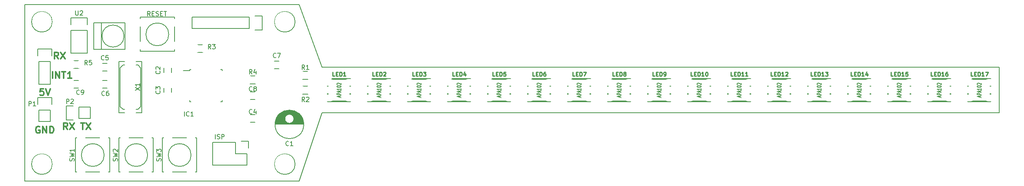
<source format=gto>
G04 #@! TF.FileFunction,Legend,Top*
%FSLAX46Y46*%
G04 Gerber Fmt 4.6, Leading zero omitted, Abs format (unit mm)*
G04 Created by KiCad (PCBNEW 0.201509111501+6183~30~ubuntu14.04.1-product) date Sun 13 Sep 2015 08:24:29 PM CDT*
%MOMM*%
G01*
G04 APERTURE LIST*
%ADD10C,0.100000*%
%ADD11C,0.300000*%
%ADD12C,0.150000*%
%ADD13C,0.304800*%
%ADD14C,0.222250*%
%ADD15C,4.464000*%
%ADD16C,1.700000*%
%ADD17R,1.700000X1.700000*%
%ADD18R,1.650000X1.400000*%
%ADD19R,1.400000X1.650000*%
%ADD20R,2.127200X2.127200*%
%ADD21O,2.127200X2.127200*%
%ADD22O,2.400000X1.500000*%
%ADD23R,2.432000X2.432000*%
%ADD24O,2.432000X2.432000*%
%ADD25R,2.432000X2.127200*%
%ADD26O,2.432000X2.127200*%
%ADD27R,2.127200X2.432000*%
%ADD28O,2.127200X2.432000*%
%ADD29R,1.100000X1.700000*%
%ADD30C,1.797000*%
%ADD31R,2.398980X5.899100*%
%ADD32R,2.000000X0.950000*%
%ADD33R,0.950000X2.000000*%
%ADD34R,3.400000X2.127200*%
%ADD35O,3.400000X2.127200*%
G04 APERTURE END LIST*
D10*
D11*
X37298572Y-97706571D02*
X37298572Y-96206571D01*
X38012858Y-97706571D02*
X38012858Y-96206571D01*
X38870001Y-97706571D01*
X38870001Y-96206571D01*
X39370001Y-96206571D02*
X40227144Y-96206571D01*
X39798573Y-97706571D02*
X39798573Y-96206571D01*
X41512858Y-97706571D02*
X40655715Y-97706571D01*
X41084287Y-97706571D02*
X41084287Y-96206571D01*
X40941430Y-96420857D01*
X40798572Y-96563714D01*
X40655715Y-96635143D01*
X38612001Y-93388571D02*
X38112001Y-92674286D01*
X37754858Y-93388571D02*
X37754858Y-91888571D01*
X38326286Y-91888571D01*
X38469144Y-91960000D01*
X38540572Y-92031429D01*
X38612001Y-92174286D01*
X38612001Y-92388571D01*
X38540572Y-92531429D01*
X38469144Y-92602857D01*
X38326286Y-92674286D01*
X37754858Y-92674286D01*
X39112001Y-91888571D02*
X40112001Y-93388571D01*
X40112001Y-91888571D02*
X39112001Y-93388571D01*
X35274287Y-100016571D02*
X34560001Y-100016571D01*
X34488572Y-100730857D01*
X34560001Y-100659429D01*
X34702858Y-100588000D01*
X35060001Y-100588000D01*
X35202858Y-100659429D01*
X35274287Y-100730857D01*
X35345715Y-100873714D01*
X35345715Y-101230857D01*
X35274287Y-101373714D01*
X35202858Y-101445143D01*
X35060001Y-101516571D01*
X34702858Y-101516571D01*
X34560001Y-101445143D01*
X34488572Y-101373714D01*
X35774286Y-100016571D02*
X36274286Y-101516571D01*
X36774286Y-100016571D01*
X34417143Y-108470000D02*
X34274286Y-108398571D01*
X34060000Y-108398571D01*
X33845715Y-108470000D01*
X33702857Y-108612857D01*
X33631429Y-108755714D01*
X33560000Y-109041429D01*
X33560000Y-109255714D01*
X33631429Y-109541429D01*
X33702857Y-109684286D01*
X33845715Y-109827143D01*
X34060000Y-109898571D01*
X34202857Y-109898571D01*
X34417143Y-109827143D01*
X34488572Y-109755714D01*
X34488572Y-109255714D01*
X34202857Y-109255714D01*
X35131429Y-109898571D02*
X35131429Y-108398571D01*
X35988572Y-109898571D01*
X35988572Y-108398571D01*
X36702858Y-109898571D02*
X36702858Y-108398571D01*
X37060001Y-108398571D01*
X37274286Y-108470000D01*
X37417144Y-108612857D01*
X37488572Y-108755714D01*
X37560001Y-109041429D01*
X37560001Y-109255714D01*
X37488572Y-109541429D01*
X37417144Y-109684286D01*
X37274286Y-109827143D01*
X37060001Y-109898571D01*
X36702858Y-109898571D01*
X43561143Y-107636571D02*
X44418286Y-107636571D01*
X43989715Y-109136571D02*
X43989715Y-107636571D01*
X44775429Y-107636571D02*
X45775429Y-109136571D01*
X45775429Y-107636571D02*
X44775429Y-109136571D01*
X40644001Y-109136571D02*
X40144001Y-108422286D01*
X39786858Y-109136571D02*
X39786858Y-107636571D01*
X40358286Y-107636571D01*
X40501144Y-107708000D01*
X40572572Y-107779429D01*
X40644001Y-107922286D01*
X40644001Y-108136571D01*
X40572572Y-108279429D01*
X40501144Y-108350857D01*
X40358286Y-108422286D01*
X39786858Y-108422286D01*
X41144001Y-107636571D02*
X42144001Y-109136571D01*
X42144001Y-107636571D02*
X41144001Y-109136571D01*
D12*
X97155000Y-105410000D02*
X92075000Y-120650000D01*
X97155000Y-95250000D02*
X92075000Y-81280000D01*
X247650000Y-105410000D02*
X97155000Y-105410000D01*
X247650000Y-95250000D02*
X247650000Y-105410000D01*
X97155000Y-95250000D02*
X247650000Y-95250000D01*
X31115000Y-120650000D02*
X31115000Y-81290000D01*
X92075000Y-120650000D02*
X31115000Y-120650000D01*
X31115000Y-81280000D02*
X92075000Y-81280000D01*
X91186000Y-85090000D02*
G75*
G03X91186000Y-85090000I-2286000J0D01*
G01*
X91186000Y-116840000D02*
G75*
G03X91186000Y-116840000I-2286000J0D01*
G01*
X37211000Y-116840000D02*
G75*
G03X37211000Y-116840000I-2286000J0D01*
G01*
X86767000Y-107895000D02*
X93065000Y-107895000D01*
X86773000Y-107755000D02*
X93059000Y-107755000D01*
X86786000Y-107615000D02*
X89470000Y-107615000D01*
X90362000Y-107615000D02*
X93046000Y-107615000D01*
X86805000Y-107475000D02*
X89260000Y-107475000D01*
X90572000Y-107475000D02*
X93027000Y-107475000D01*
X86831000Y-107335000D02*
X89127000Y-107335000D01*
X90705000Y-107335000D02*
X93001000Y-107335000D01*
X86863000Y-107195000D02*
X89036000Y-107195000D01*
X90796000Y-107195000D02*
X92969000Y-107195000D01*
X86902000Y-107055000D02*
X88974000Y-107055000D01*
X90858000Y-107055000D02*
X92930000Y-107055000D01*
X86948000Y-106915000D02*
X88935000Y-106915000D01*
X90897000Y-106915000D02*
X92884000Y-106915000D01*
X87001000Y-106775000D02*
X88918000Y-106775000D01*
X90914000Y-106775000D02*
X92831000Y-106775000D01*
X87063000Y-106635000D02*
X88920000Y-106635000D01*
X90912000Y-106635000D02*
X92769000Y-106635000D01*
X87133000Y-106495000D02*
X88942000Y-106495000D01*
X90890000Y-106495000D02*
X92699000Y-106495000D01*
X87212000Y-106355000D02*
X88985000Y-106355000D01*
X90847000Y-106355000D02*
X92620000Y-106355000D01*
X87300000Y-106215000D02*
X89053000Y-106215000D01*
X90779000Y-106215000D02*
X92532000Y-106215000D01*
X87400000Y-106075000D02*
X89152000Y-106075000D01*
X90680000Y-106075000D02*
X92432000Y-106075000D01*
X87512000Y-105935000D02*
X89297000Y-105935000D01*
X90535000Y-105935000D02*
X92320000Y-105935000D01*
X87637000Y-105795000D02*
X89536000Y-105795000D01*
X90296000Y-105795000D02*
X92195000Y-105795000D01*
X87780000Y-105655000D02*
X92052000Y-105655000D01*
X87942000Y-105515000D02*
X91890000Y-105515000D01*
X88130000Y-105375000D02*
X91702000Y-105375000D01*
X88353000Y-105235000D02*
X91479000Y-105235000D01*
X88629000Y-105095000D02*
X91203000Y-105095000D01*
X89004000Y-104955000D02*
X90828000Y-104955000D01*
X90916000Y-106720000D02*
G75*
G03X90916000Y-106720000I-1000000J0D01*
G01*
X93103500Y-107970000D02*
G75*
G03X93103500Y-107970000I-3187500J0D01*
G01*
X62015000Y-95385000D02*
X62015000Y-96385000D01*
X63715000Y-96385000D02*
X63715000Y-95385000D01*
X62015000Y-99830000D02*
X62015000Y-100830000D01*
X63715000Y-100830000D02*
X63715000Y-99830000D01*
X82288000Y-105830000D02*
X81288000Y-105830000D01*
X81288000Y-107530000D02*
X82288000Y-107530000D01*
X49395000Y-94400000D02*
X48395000Y-94400000D01*
X48395000Y-96100000D02*
X49395000Y-96100000D01*
X49395000Y-98210000D02*
X48395000Y-98210000D01*
X48395000Y-99910000D02*
X49395000Y-99910000D01*
X87622000Y-93892000D02*
X86622000Y-93892000D01*
X86622000Y-95592000D02*
X87622000Y-95592000D01*
X43045000Y-98210000D02*
X42045000Y-98210000D01*
X42045000Y-99910000D02*
X43045000Y-99910000D01*
X77978000Y-112014000D02*
X72898000Y-112014000D01*
X80798000Y-111734000D02*
X80798000Y-113284000D01*
X80518000Y-114554000D02*
X77978000Y-114554000D01*
X77978000Y-114554000D02*
X77978000Y-112014000D01*
X72898000Y-112014000D02*
X72898000Y-117094000D01*
X72898000Y-117094000D02*
X77978000Y-117094000D01*
X80798000Y-111734000D02*
X79248000Y-111734000D01*
X80518000Y-117094000D02*
X80518000Y-114554000D01*
X77978000Y-117094000D02*
X80518000Y-117094000D01*
D13*
X99465000Y-97830000D02*
X98465000Y-98830000D01*
X103465000Y-97830000D02*
X99465000Y-97830000D01*
X98465000Y-102830000D02*
X98465000Y-98830000D01*
X103465000Y-102830000D02*
X98465000Y-102830000D01*
X103465000Y-102830000D02*
X103465000Y-97830000D01*
X108355000Y-97830000D02*
X107355000Y-98830000D01*
X112355000Y-97830000D02*
X108355000Y-97830000D01*
X107355000Y-102830000D02*
X107355000Y-98830000D01*
X112355000Y-102830000D02*
X107355000Y-102830000D01*
X112355000Y-102830000D02*
X112355000Y-97830000D01*
X117245000Y-97830000D02*
X116245000Y-98830000D01*
X121245000Y-97830000D02*
X117245000Y-97830000D01*
X116245000Y-102830000D02*
X116245000Y-98830000D01*
X121245000Y-102830000D02*
X116245000Y-102830000D01*
X121245000Y-102830000D02*
X121245000Y-97830000D01*
X126135000Y-97830000D02*
X125135000Y-98830000D01*
X130135000Y-97830000D02*
X126135000Y-97830000D01*
X125135000Y-102830000D02*
X125135000Y-98830000D01*
X130135000Y-102830000D02*
X125135000Y-102830000D01*
X130135000Y-102830000D02*
X130135000Y-97830000D01*
X135025000Y-97830000D02*
X134025000Y-98830000D01*
X139025000Y-97830000D02*
X135025000Y-97830000D01*
X134025000Y-102830000D02*
X134025000Y-98830000D01*
X139025000Y-102830000D02*
X134025000Y-102830000D01*
X139025000Y-102830000D02*
X139025000Y-97830000D01*
X143915000Y-97830000D02*
X142915000Y-98830000D01*
X147915000Y-97830000D02*
X143915000Y-97830000D01*
X142915000Y-102830000D02*
X142915000Y-98830000D01*
X147915000Y-102830000D02*
X142915000Y-102830000D01*
X147915000Y-102830000D02*
X147915000Y-97830000D01*
X152805000Y-97830000D02*
X151805000Y-98830000D01*
X156805000Y-97830000D02*
X152805000Y-97830000D01*
X151805000Y-102830000D02*
X151805000Y-98830000D01*
X156805000Y-102830000D02*
X151805000Y-102830000D01*
X156805000Y-102830000D02*
X156805000Y-97830000D01*
X161695000Y-97830000D02*
X160695000Y-98830000D01*
X165695000Y-97830000D02*
X161695000Y-97830000D01*
X160695000Y-102830000D02*
X160695000Y-98830000D01*
X165695000Y-102830000D02*
X160695000Y-102830000D01*
X165695000Y-102830000D02*
X165695000Y-97830000D01*
X170585000Y-97830000D02*
X169585000Y-98830000D01*
X174585000Y-97830000D02*
X170585000Y-97830000D01*
X169585000Y-102830000D02*
X169585000Y-98830000D01*
X174585000Y-102830000D02*
X169585000Y-102830000D01*
X174585000Y-102830000D02*
X174585000Y-97830000D01*
X179475000Y-97830000D02*
X178475000Y-98830000D01*
X183475000Y-97830000D02*
X179475000Y-97830000D01*
X178475000Y-102830000D02*
X178475000Y-98830000D01*
X183475000Y-102830000D02*
X178475000Y-102830000D01*
X183475000Y-102830000D02*
X183475000Y-97830000D01*
X188365000Y-97830000D02*
X187365000Y-98830000D01*
X192365000Y-97830000D02*
X188365000Y-97830000D01*
X187365000Y-102830000D02*
X187365000Y-98830000D01*
X192365000Y-102830000D02*
X187365000Y-102830000D01*
X192365000Y-102830000D02*
X192365000Y-97830000D01*
X197255000Y-97830000D02*
X196255000Y-98830000D01*
X201255000Y-97830000D02*
X197255000Y-97830000D01*
X196255000Y-102830000D02*
X196255000Y-98830000D01*
X201255000Y-102830000D02*
X196255000Y-102830000D01*
X201255000Y-102830000D02*
X201255000Y-97830000D01*
X206145000Y-97830000D02*
X205145000Y-98830000D01*
X210145000Y-97830000D02*
X206145000Y-97830000D01*
X205145000Y-102830000D02*
X205145000Y-98830000D01*
X210145000Y-102830000D02*
X205145000Y-102830000D01*
X210145000Y-102830000D02*
X210145000Y-97830000D01*
X215035000Y-97830000D02*
X214035000Y-98830000D01*
X219035000Y-97830000D02*
X215035000Y-97830000D01*
X214035000Y-102830000D02*
X214035000Y-98830000D01*
X219035000Y-102830000D02*
X214035000Y-102830000D01*
X219035000Y-102830000D02*
X219035000Y-97830000D01*
X223925000Y-97830000D02*
X222925000Y-98830000D01*
X227925000Y-97830000D02*
X223925000Y-97830000D01*
X222925000Y-102830000D02*
X222925000Y-98830000D01*
X227925000Y-102830000D02*
X222925000Y-102830000D01*
X227925000Y-102830000D02*
X227925000Y-97830000D01*
X232815000Y-97830000D02*
X231815000Y-98830000D01*
X236815000Y-97830000D02*
X232815000Y-97830000D01*
X231815000Y-102830000D02*
X231815000Y-98830000D01*
X236815000Y-102830000D02*
X231815000Y-102830000D01*
X236815000Y-102830000D02*
X236815000Y-97830000D01*
X241705000Y-97830000D02*
X240705000Y-98830000D01*
X245705000Y-97830000D02*
X241705000Y-97830000D01*
X240705000Y-102830000D02*
X240705000Y-98830000D01*
X245705000Y-102830000D02*
X240705000Y-102830000D01*
X245705000Y-102830000D02*
X245705000Y-97830000D01*
D12*
X36830000Y-104775000D02*
X36830000Y-107315000D01*
X37110000Y-101955000D02*
X37110000Y-103505000D01*
X36830000Y-104775000D02*
X34290000Y-104775000D01*
X34010000Y-103505000D02*
X34010000Y-101955000D01*
X34010000Y-101955000D02*
X37110000Y-101955000D01*
X34290000Y-104775000D02*
X34290000Y-107315000D01*
X34290000Y-107315000D02*
X36830000Y-107315000D01*
X43180000Y-104140000D02*
X45720000Y-104140000D01*
X40360000Y-103860000D02*
X41910000Y-103860000D01*
X43180000Y-104140000D02*
X43180000Y-106680000D01*
X41910000Y-106960000D02*
X40360000Y-106960000D01*
X40360000Y-106960000D02*
X40360000Y-103860000D01*
X43180000Y-106680000D02*
X45720000Y-106680000D01*
X45720000Y-106680000D02*
X45720000Y-104140000D01*
X34290000Y-93980000D02*
X34290000Y-99060000D01*
X34290000Y-99060000D02*
X36830000Y-99060000D01*
X36830000Y-99060000D02*
X36830000Y-93980000D01*
X37110000Y-91160000D02*
X37110000Y-92710000D01*
X36830000Y-93980000D02*
X34290000Y-93980000D01*
X34010000Y-92710000D02*
X34010000Y-91160000D01*
X34010000Y-91160000D02*
X37110000Y-91160000D01*
X81026000Y-86614000D02*
X68326000Y-86614000D01*
X68326000Y-86614000D02*
X68326000Y-84074000D01*
X68326000Y-84074000D02*
X81026000Y-84074000D01*
X83846000Y-86894000D02*
X82296000Y-86894000D01*
X81026000Y-86614000D02*
X81026000Y-84074000D01*
X82296000Y-83794000D02*
X83846000Y-83794000D01*
X83846000Y-83794000D02*
X83846000Y-86894000D01*
X92872000Y-96153000D02*
X94072000Y-96153000D01*
X94072000Y-97903000D02*
X92872000Y-97903000D01*
X92872000Y-99455000D02*
X94072000Y-99455000D01*
X94072000Y-101205000D02*
X92872000Y-101205000D01*
X70704000Y-91934000D02*
X69504000Y-91934000D01*
X69504000Y-90184000D02*
X70704000Y-90184000D01*
X81188000Y-97169000D02*
X82388000Y-97169000D01*
X82388000Y-98919000D02*
X81188000Y-98919000D01*
X43145000Y-95490000D02*
X41945000Y-95490000D01*
X41945000Y-93740000D02*
X43145000Y-93740000D01*
X48768000Y-114808000D02*
G75*
G03X48768000Y-114808000I-2540000J0D01*
G01*
X42418000Y-118618000D02*
X42418000Y-110998000D01*
X42418000Y-110998000D02*
X50038000Y-110998000D01*
X50038000Y-110998000D02*
X50038000Y-118618000D01*
X42418000Y-118618000D02*
X50038000Y-118618000D01*
X58420000Y-114808000D02*
G75*
G03X58420000Y-114808000I-2540000J0D01*
G01*
X52070000Y-118618000D02*
X52070000Y-110998000D01*
X52070000Y-110998000D02*
X59690000Y-110998000D01*
X59690000Y-110998000D02*
X59690000Y-118618000D01*
X52070000Y-118618000D02*
X59690000Y-118618000D01*
X68072000Y-114808000D02*
G75*
G03X68072000Y-114808000I-2540000J0D01*
G01*
X61722000Y-118618000D02*
X61722000Y-110998000D01*
X61722000Y-110998000D02*
X69342000Y-110998000D01*
X69342000Y-110998000D02*
X69342000Y-118618000D01*
X61722000Y-118618000D02*
X69342000Y-118618000D01*
X63119000Y-87884000D02*
G75*
G03X63119000Y-87884000I-2540000J0D01*
G01*
X64389000Y-91694000D02*
X56769000Y-91694000D01*
X56769000Y-91694000D02*
X56769000Y-84074000D01*
X56769000Y-84074000D02*
X64389000Y-84074000D01*
X64389000Y-91694000D02*
X64389000Y-84074000D01*
X56261000Y-94742000D02*
X55880000Y-94742000D01*
X52959000Y-94742000D02*
X53340000Y-94742000D01*
X52959000Y-104648000D02*
X53340000Y-104648000D01*
X56261000Y-104648000D02*
X55880000Y-104648000D01*
X57150000Y-105410000D02*
X55880000Y-105410000D01*
X52070000Y-105410000D02*
X53340000Y-105410000D01*
X52070000Y-93980000D02*
X53340000Y-93980000D01*
X57150000Y-93980000D02*
X55880000Y-93980000D01*
X52959000Y-94742000D02*
X52324000Y-95377000D01*
X52324000Y-95377000D02*
X52324000Y-104013000D01*
X52324000Y-104013000D02*
X52959000Y-104648000D01*
X56261000Y-104648000D02*
X56896000Y-104013000D01*
X56896000Y-104013000D02*
X56896000Y-95377000D01*
X56896000Y-95377000D02*
X56261000Y-94742000D01*
X52070000Y-105410000D02*
X52070000Y-93980000D01*
X57150000Y-93980000D02*
X57150000Y-105410000D01*
X67749000Y-95689000D02*
X67749000Y-96014000D01*
X74999000Y-95689000D02*
X74999000Y-96014000D01*
X74999000Y-102939000D02*
X74999000Y-102614000D01*
X67749000Y-102939000D02*
X67749000Y-102614000D01*
X67749000Y-95689000D02*
X68074000Y-95689000D01*
X67749000Y-102939000D02*
X68074000Y-102939000D01*
X74999000Y-102939000D02*
X74674000Y-102939000D01*
X74999000Y-95689000D02*
X74674000Y-95689000D01*
X67749000Y-96014000D02*
X66324000Y-96014000D01*
X82288000Y-100750000D02*
X81288000Y-100750000D01*
X81288000Y-102450000D02*
X82288000Y-102450000D01*
X53180000Y-88265000D02*
G75*
G03X53180000Y-88265000I-2450000J0D01*
G01*
X46480000Y-91265000D02*
X53430000Y-91265000D01*
X46480000Y-85265000D02*
X53430000Y-85265000D01*
X46480000Y-85265000D02*
X46480000Y-91265000D01*
X48130000Y-85265000D02*
X48130000Y-91265000D01*
X53430000Y-85265000D02*
X53430000Y-91265000D01*
X41376000Y-86995000D02*
X41376000Y-92075000D01*
X41376000Y-92075000D02*
X44984000Y-92075000D01*
X44984000Y-92075000D02*
X44984000Y-86995000D01*
X44984000Y-84175000D02*
X44984000Y-85725000D01*
X41376000Y-86995000D02*
X44984000Y-86995000D01*
X41376000Y-85725000D02*
X41376000Y-84175000D01*
X41376000Y-84175000D02*
X44984000Y-84175000D01*
X37211000Y-85090000D02*
G75*
G03X37211000Y-85090000I-2286000J0D01*
G01*
X89749334Y-112625143D02*
X89701715Y-112672762D01*
X89558858Y-112720381D01*
X89463620Y-112720381D01*
X89320762Y-112672762D01*
X89225524Y-112577524D01*
X89177905Y-112482286D01*
X89130286Y-112291810D01*
X89130286Y-112148952D01*
X89177905Y-111958476D01*
X89225524Y-111863238D01*
X89320762Y-111768000D01*
X89463620Y-111720381D01*
X89558858Y-111720381D01*
X89701715Y-111768000D01*
X89749334Y-111815619D01*
X90701715Y-112720381D02*
X90130286Y-112720381D01*
X90416000Y-112720381D02*
X90416000Y-111720381D01*
X90320762Y-111863238D01*
X90225524Y-111958476D01*
X90130286Y-112006095D01*
X61122143Y-96051666D02*
X61169762Y-96099285D01*
X61217381Y-96242142D01*
X61217381Y-96337380D01*
X61169762Y-96480238D01*
X61074524Y-96575476D01*
X60979286Y-96623095D01*
X60788810Y-96670714D01*
X60645952Y-96670714D01*
X60455476Y-96623095D01*
X60360238Y-96575476D01*
X60265000Y-96480238D01*
X60217381Y-96337380D01*
X60217381Y-96242142D01*
X60265000Y-96099285D01*
X60312619Y-96051666D01*
X60312619Y-95670714D02*
X60265000Y-95623095D01*
X60217381Y-95527857D01*
X60217381Y-95289761D01*
X60265000Y-95194523D01*
X60312619Y-95146904D01*
X60407857Y-95099285D01*
X60503095Y-95099285D01*
X60645952Y-95146904D01*
X61217381Y-95718333D01*
X61217381Y-95099285D01*
X61122143Y-100496666D02*
X61169762Y-100544285D01*
X61217381Y-100687142D01*
X61217381Y-100782380D01*
X61169762Y-100925238D01*
X61074524Y-101020476D01*
X60979286Y-101068095D01*
X60788810Y-101115714D01*
X60645952Y-101115714D01*
X60455476Y-101068095D01*
X60360238Y-101020476D01*
X60265000Y-100925238D01*
X60217381Y-100782380D01*
X60217381Y-100687142D01*
X60265000Y-100544285D01*
X60312619Y-100496666D01*
X60217381Y-100163333D02*
X60217381Y-99544285D01*
X60598333Y-99877619D01*
X60598333Y-99734761D01*
X60645952Y-99639523D01*
X60693571Y-99591904D01*
X60788810Y-99544285D01*
X61026905Y-99544285D01*
X61122143Y-99591904D01*
X61169762Y-99639523D01*
X61217381Y-99734761D01*
X61217381Y-100020476D01*
X61169762Y-100115714D01*
X61122143Y-100163333D01*
X81621334Y-105513143D02*
X81573715Y-105560762D01*
X81430858Y-105608381D01*
X81335620Y-105608381D01*
X81192762Y-105560762D01*
X81097524Y-105465524D01*
X81049905Y-105370286D01*
X81002286Y-105179810D01*
X81002286Y-105036952D01*
X81049905Y-104846476D01*
X81097524Y-104751238D01*
X81192762Y-104656000D01*
X81335620Y-104608381D01*
X81430858Y-104608381D01*
X81573715Y-104656000D01*
X81621334Y-104703619D01*
X82478477Y-104941714D02*
X82478477Y-105608381D01*
X82240381Y-104560762D02*
X82002286Y-105275048D01*
X82621334Y-105275048D01*
X48728334Y-93507143D02*
X48680715Y-93554762D01*
X48537858Y-93602381D01*
X48442620Y-93602381D01*
X48299762Y-93554762D01*
X48204524Y-93459524D01*
X48156905Y-93364286D01*
X48109286Y-93173810D01*
X48109286Y-93030952D01*
X48156905Y-92840476D01*
X48204524Y-92745238D01*
X48299762Y-92650000D01*
X48442620Y-92602381D01*
X48537858Y-92602381D01*
X48680715Y-92650000D01*
X48728334Y-92697619D01*
X49633096Y-92602381D02*
X49156905Y-92602381D01*
X49109286Y-93078571D01*
X49156905Y-93030952D01*
X49252143Y-92983333D01*
X49490239Y-92983333D01*
X49585477Y-93030952D01*
X49633096Y-93078571D01*
X49680715Y-93173810D01*
X49680715Y-93411905D01*
X49633096Y-93507143D01*
X49585477Y-93554762D01*
X49490239Y-93602381D01*
X49252143Y-93602381D01*
X49156905Y-93554762D01*
X49109286Y-93507143D01*
X48855334Y-101449143D02*
X48807715Y-101496762D01*
X48664858Y-101544381D01*
X48569620Y-101544381D01*
X48426762Y-101496762D01*
X48331524Y-101401524D01*
X48283905Y-101306286D01*
X48236286Y-101115810D01*
X48236286Y-100972952D01*
X48283905Y-100782476D01*
X48331524Y-100687238D01*
X48426762Y-100592000D01*
X48569620Y-100544381D01*
X48664858Y-100544381D01*
X48807715Y-100592000D01*
X48855334Y-100639619D01*
X49712477Y-100544381D02*
X49522000Y-100544381D01*
X49426762Y-100592000D01*
X49379143Y-100639619D01*
X49283905Y-100782476D01*
X49236286Y-100972952D01*
X49236286Y-101353905D01*
X49283905Y-101449143D01*
X49331524Y-101496762D01*
X49426762Y-101544381D01*
X49617239Y-101544381D01*
X49712477Y-101496762D01*
X49760096Y-101449143D01*
X49807715Y-101353905D01*
X49807715Y-101115810D01*
X49760096Y-101020571D01*
X49712477Y-100972952D01*
X49617239Y-100925333D01*
X49426762Y-100925333D01*
X49331524Y-100972952D01*
X49283905Y-101020571D01*
X49236286Y-101115810D01*
X86955334Y-92999143D02*
X86907715Y-93046762D01*
X86764858Y-93094381D01*
X86669620Y-93094381D01*
X86526762Y-93046762D01*
X86431524Y-92951524D01*
X86383905Y-92856286D01*
X86336286Y-92665810D01*
X86336286Y-92522952D01*
X86383905Y-92332476D01*
X86431524Y-92237238D01*
X86526762Y-92142000D01*
X86669620Y-92094381D01*
X86764858Y-92094381D01*
X86907715Y-92142000D01*
X86955334Y-92189619D01*
X87288667Y-92094381D02*
X87955334Y-92094381D01*
X87526762Y-93094381D01*
X43267334Y-101195143D02*
X43219715Y-101242762D01*
X43076858Y-101290381D01*
X42981620Y-101290381D01*
X42838762Y-101242762D01*
X42743524Y-101147524D01*
X42695905Y-101052286D01*
X42648286Y-100861810D01*
X42648286Y-100718952D01*
X42695905Y-100528476D01*
X42743524Y-100433238D01*
X42838762Y-100338000D01*
X42981620Y-100290381D01*
X43076858Y-100290381D01*
X43219715Y-100338000D01*
X43267334Y-100385619D01*
X43743524Y-101290381D02*
X43934000Y-101290381D01*
X44029239Y-101242762D01*
X44076858Y-101195143D01*
X44172096Y-101052286D01*
X44219715Y-100861810D01*
X44219715Y-100480857D01*
X44172096Y-100385619D01*
X44124477Y-100338000D01*
X44029239Y-100290381D01*
X43838762Y-100290381D01*
X43743524Y-100338000D01*
X43695905Y-100385619D01*
X43648286Y-100480857D01*
X43648286Y-100718952D01*
X43695905Y-100814190D01*
X43743524Y-100861810D01*
X43838762Y-100909429D01*
X44029239Y-100909429D01*
X44124477Y-100861810D01*
X44172096Y-100814190D01*
X44219715Y-100718952D01*
X73445810Y-111196381D02*
X73445810Y-110196381D01*
X73874381Y-111148762D02*
X74017238Y-111196381D01*
X74255334Y-111196381D01*
X74350572Y-111148762D01*
X74398191Y-111101143D01*
X74445810Y-111005905D01*
X74445810Y-110910667D01*
X74398191Y-110815429D01*
X74350572Y-110767810D01*
X74255334Y-110720190D01*
X74064857Y-110672571D01*
X73969619Y-110624952D01*
X73922000Y-110577333D01*
X73874381Y-110482095D01*
X73874381Y-110386857D01*
X73922000Y-110291619D01*
X73969619Y-110244000D01*
X74064857Y-110196381D01*
X74302953Y-110196381D01*
X74445810Y-110244000D01*
X74874381Y-111196381D02*
X74874381Y-110196381D01*
X75255334Y-110196381D01*
X75350572Y-110244000D01*
X75398191Y-110291619D01*
X75445810Y-110386857D01*
X75445810Y-110529714D01*
X75398191Y-110624952D01*
X75350572Y-110672571D01*
X75255334Y-110720190D01*
X74874381Y-110720190D01*
D14*
X99970167Y-97176167D02*
X99546834Y-97176167D01*
X99546834Y-96287167D01*
X100266501Y-96710500D02*
X100562834Y-96710500D01*
X100689834Y-97176167D02*
X100266501Y-97176167D01*
X100266501Y-96287167D01*
X100689834Y-96287167D01*
X101070834Y-97176167D02*
X101070834Y-96287167D01*
X101282500Y-96287167D01*
X101409500Y-96329500D01*
X101494167Y-96414167D01*
X101536500Y-96498833D01*
X101578834Y-96668167D01*
X101578834Y-96795167D01*
X101536500Y-96964500D01*
X101494167Y-97049167D01*
X101409500Y-97133833D01*
X101282500Y-97176167D01*
X101070834Y-97176167D01*
X102425500Y-97176167D02*
X101917500Y-97176167D01*
X102171500Y-97176167D02*
X102171500Y-96287167D01*
X102086834Y-96414167D01*
X102002167Y-96498833D01*
X101917500Y-96541167D01*
D13*
D12*
X101113167Y-101887143D02*
X101113167Y-101601429D01*
X101367167Y-101944286D02*
X100478167Y-101744286D01*
X101367167Y-101544286D01*
X101367167Y-101344286D02*
X100478167Y-101344286D01*
X100478167Y-101115714D01*
X100520500Y-101058572D01*
X100562833Y-101030000D01*
X100647500Y-101001429D01*
X100774500Y-101001429D01*
X100859167Y-101030000D01*
X100901500Y-101058572D01*
X100943833Y-101115714D01*
X100943833Y-101344286D01*
X101113167Y-100772857D02*
X101113167Y-100487143D01*
X101367167Y-100830000D02*
X100478167Y-100630000D01*
X101367167Y-100430000D01*
X101367167Y-99915714D02*
X101367167Y-100258571D01*
X101367167Y-100087143D02*
X100478167Y-100087143D01*
X100605167Y-100144286D01*
X100689833Y-100201428D01*
X100732167Y-100258571D01*
X100478167Y-99544285D02*
X100478167Y-99487142D01*
X100520500Y-99429999D01*
X100562833Y-99401428D01*
X100647500Y-99372857D01*
X100816833Y-99344285D01*
X101028500Y-99344285D01*
X101197833Y-99372857D01*
X101282500Y-99401428D01*
X101324833Y-99429999D01*
X101367167Y-99487142D01*
X101367167Y-99544285D01*
X101324833Y-99601428D01*
X101282500Y-99629999D01*
X101197833Y-99658571D01*
X101028500Y-99687142D01*
X100816833Y-99687142D01*
X100647500Y-99658571D01*
X100562833Y-99629999D01*
X100520500Y-99601428D01*
X100478167Y-99544285D01*
X100562833Y-99115713D02*
X100520500Y-99087142D01*
X100478167Y-99029999D01*
X100478167Y-98887142D01*
X100520500Y-98829999D01*
X100562833Y-98801428D01*
X100647500Y-98772856D01*
X100732167Y-98772856D01*
X100859167Y-98801428D01*
X101367167Y-99144285D01*
X101367167Y-98772856D01*
D14*
X108860167Y-97176167D02*
X108436834Y-97176167D01*
X108436834Y-96287167D01*
X109156501Y-96710500D02*
X109452834Y-96710500D01*
X109579834Y-97176167D02*
X109156501Y-97176167D01*
X109156501Y-96287167D01*
X109579834Y-96287167D01*
X109960834Y-97176167D02*
X109960834Y-96287167D01*
X110172500Y-96287167D01*
X110299500Y-96329500D01*
X110384167Y-96414167D01*
X110426500Y-96498833D01*
X110468834Y-96668167D01*
X110468834Y-96795167D01*
X110426500Y-96964500D01*
X110384167Y-97049167D01*
X110299500Y-97133833D01*
X110172500Y-97176167D01*
X109960834Y-97176167D01*
X110807500Y-96371833D02*
X110849834Y-96329500D01*
X110934500Y-96287167D01*
X111146167Y-96287167D01*
X111230834Y-96329500D01*
X111273167Y-96371833D01*
X111315500Y-96456500D01*
X111315500Y-96541167D01*
X111273167Y-96668167D01*
X110765167Y-97176167D01*
X111315500Y-97176167D01*
D13*
D12*
X110003167Y-101887143D02*
X110003167Y-101601429D01*
X110257167Y-101944286D02*
X109368167Y-101744286D01*
X110257167Y-101544286D01*
X110257167Y-101344286D02*
X109368167Y-101344286D01*
X109368167Y-101115714D01*
X109410500Y-101058572D01*
X109452833Y-101030000D01*
X109537500Y-101001429D01*
X109664500Y-101001429D01*
X109749167Y-101030000D01*
X109791500Y-101058572D01*
X109833833Y-101115714D01*
X109833833Y-101344286D01*
X110003167Y-100772857D02*
X110003167Y-100487143D01*
X110257167Y-100830000D02*
X109368167Y-100630000D01*
X110257167Y-100430000D01*
X110257167Y-99915714D02*
X110257167Y-100258571D01*
X110257167Y-100087143D02*
X109368167Y-100087143D01*
X109495167Y-100144286D01*
X109579833Y-100201428D01*
X109622167Y-100258571D01*
X109368167Y-99544285D02*
X109368167Y-99487142D01*
X109410500Y-99429999D01*
X109452833Y-99401428D01*
X109537500Y-99372857D01*
X109706833Y-99344285D01*
X109918500Y-99344285D01*
X110087833Y-99372857D01*
X110172500Y-99401428D01*
X110214833Y-99429999D01*
X110257167Y-99487142D01*
X110257167Y-99544285D01*
X110214833Y-99601428D01*
X110172500Y-99629999D01*
X110087833Y-99658571D01*
X109918500Y-99687142D01*
X109706833Y-99687142D01*
X109537500Y-99658571D01*
X109452833Y-99629999D01*
X109410500Y-99601428D01*
X109368167Y-99544285D01*
X109452833Y-99115713D02*
X109410500Y-99087142D01*
X109368167Y-99029999D01*
X109368167Y-98887142D01*
X109410500Y-98829999D01*
X109452833Y-98801428D01*
X109537500Y-98772856D01*
X109622167Y-98772856D01*
X109749167Y-98801428D01*
X110257167Y-99144285D01*
X110257167Y-98772856D01*
D14*
X117750167Y-97176167D02*
X117326834Y-97176167D01*
X117326834Y-96287167D01*
X118046501Y-96710500D02*
X118342834Y-96710500D01*
X118469834Y-97176167D02*
X118046501Y-97176167D01*
X118046501Y-96287167D01*
X118469834Y-96287167D01*
X118850834Y-97176167D02*
X118850834Y-96287167D01*
X119062500Y-96287167D01*
X119189500Y-96329500D01*
X119274167Y-96414167D01*
X119316500Y-96498833D01*
X119358834Y-96668167D01*
X119358834Y-96795167D01*
X119316500Y-96964500D01*
X119274167Y-97049167D01*
X119189500Y-97133833D01*
X119062500Y-97176167D01*
X118850834Y-97176167D01*
X119655167Y-96287167D02*
X120205500Y-96287167D01*
X119909167Y-96625833D01*
X120036167Y-96625833D01*
X120120834Y-96668167D01*
X120163167Y-96710500D01*
X120205500Y-96795167D01*
X120205500Y-97006833D01*
X120163167Y-97091500D01*
X120120834Y-97133833D01*
X120036167Y-97176167D01*
X119782167Y-97176167D01*
X119697500Y-97133833D01*
X119655167Y-97091500D01*
D13*
D12*
X118893167Y-101887143D02*
X118893167Y-101601429D01*
X119147167Y-101944286D02*
X118258167Y-101744286D01*
X119147167Y-101544286D01*
X119147167Y-101344286D02*
X118258167Y-101344286D01*
X118258167Y-101115714D01*
X118300500Y-101058572D01*
X118342833Y-101030000D01*
X118427500Y-101001429D01*
X118554500Y-101001429D01*
X118639167Y-101030000D01*
X118681500Y-101058572D01*
X118723833Y-101115714D01*
X118723833Y-101344286D01*
X118893167Y-100772857D02*
X118893167Y-100487143D01*
X119147167Y-100830000D02*
X118258167Y-100630000D01*
X119147167Y-100430000D01*
X119147167Y-99915714D02*
X119147167Y-100258571D01*
X119147167Y-100087143D02*
X118258167Y-100087143D01*
X118385167Y-100144286D01*
X118469833Y-100201428D01*
X118512167Y-100258571D01*
X118258167Y-99544285D02*
X118258167Y-99487142D01*
X118300500Y-99429999D01*
X118342833Y-99401428D01*
X118427500Y-99372857D01*
X118596833Y-99344285D01*
X118808500Y-99344285D01*
X118977833Y-99372857D01*
X119062500Y-99401428D01*
X119104833Y-99429999D01*
X119147167Y-99487142D01*
X119147167Y-99544285D01*
X119104833Y-99601428D01*
X119062500Y-99629999D01*
X118977833Y-99658571D01*
X118808500Y-99687142D01*
X118596833Y-99687142D01*
X118427500Y-99658571D01*
X118342833Y-99629999D01*
X118300500Y-99601428D01*
X118258167Y-99544285D01*
X118342833Y-99115713D02*
X118300500Y-99087142D01*
X118258167Y-99029999D01*
X118258167Y-98887142D01*
X118300500Y-98829999D01*
X118342833Y-98801428D01*
X118427500Y-98772856D01*
X118512167Y-98772856D01*
X118639167Y-98801428D01*
X119147167Y-99144285D01*
X119147167Y-98772856D01*
D14*
X126640167Y-97176167D02*
X126216834Y-97176167D01*
X126216834Y-96287167D01*
X126936501Y-96710500D02*
X127232834Y-96710500D01*
X127359834Y-97176167D02*
X126936501Y-97176167D01*
X126936501Y-96287167D01*
X127359834Y-96287167D01*
X127740834Y-97176167D02*
X127740834Y-96287167D01*
X127952500Y-96287167D01*
X128079500Y-96329500D01*
X128164167Y-96414167D01*
X128206500Y-96498833D01*
X128248834Y-96668167D01*
X128248834Y-96795167D01*
X128206500Y-96964500D01*
X128164167Y-97049167D01*
X128079500Y-97133833D01*
X127952500Y-97176167D01*
X127740834Y-97176167D01*
X129010834Y-96583500D02*
X129010834Y-97176167D01*
X128799167Y-96244833D02*
X128587500Y-96879833D01*
X129137834Y-96879833D01*
D13*
D12*
X127783167Y-101887143D02*
X127783167Y-101601429D01*
X128037167Y-101944286D02*
X127148167Y-101744286D01*
X128037167Y-101544286D01*
X128037167Y-101344286D02*
X127148167Y-101344286D01*
X127148167Y-101115714D01*
X127190500Y-101058572D01*
X127232833Y-101030000D01*
X127317500Y-101001429D01*
X127444500Y-101001429D01*
X127529167Y-101030000D01*
X127571500Y-101058572D01*
X127613833Y-101115714D01*
X127613833Y-101344286D01*
X127783167Y-100772857D02*
X127783167Y-100487143D01*
X128037167Y-100830000D02*
X127148167Y-100630000D01*
X128037167Y-100430000D01*
X128037167Y-99915714D02*
X128037167Y-100258571D01*
X128037167Y-100087143D02*
X127148167Y-100087143D01*
X127275167Y-100144286D01*
X127359833Y-100201428D01*
X127402167Y-100258571D01*
X127148167Y-99544285D02*
X127148167Y-99487142D01*
X127190500Y-99429999D01*
X127232833Y-99401428D01*
X127317500Y-99372857D01*
X127486833Y-99344285D01*
X127698500Y-99344285D01*
X127867833Y-99372857D01*
X127952500Y-99401428D01*
X127994833Y-99429999D01*
X128037167Y-99487142D01*
X128037167Y-99544285D01*
X127994833Y-99601428D01*
X127952500Y-99629999D01*
X127867833Y-99658571D01*
X127698500Y-99687142D01*
X127486833Y-99687142D01*
X127317500Y-99658571D01*
X127232833Y-99629999D01*
X127190500Y-99601428D01*
X127148167Y-99544285D01*
X127232833Y-99115713D02*
X127190500Y-99087142D01*
X127148167Y-99029999D01*
X127148167Y-98887142D01*
X127190500Y-98829999D01*
X127232833Y-98801428D01*
X127317500Y-98772856D01*
X127402167Y-98772856D01*
X127529167Y-98801428D01*
X128037167Y-99144285D01*
X128037167Y-98772856D01*
D14*
X135530167Y-97176167D02*
X135106834Y-97176167D01*
X135106834Y-96287167D01*
X135826501Y-96710500D02*
X136122834Y-96710500D01*
X136249834Y-97176167D02*
X135826501Y-97176167D01*
X135826501Y-96287167D01*
X136249834Y-96287167D01*
X136630834Y-97176167D02*
X136630834Y-96287167D01*
X136842500Y-96287167D01*
X136969500Y-96329500D01*
X137054167Y-96414167D01*
X137096500Y-96498833D01*
X137138834Y-96668167D01*
X137138834Y-96795167D01*
X137096500Y-96964500D01*
X137054167Y-97049167D01*
X136969500Y-97133833D01*
X136842500Y-97176167D01*
X136630834Y-97176167D01*
X137943167Y-96287167D02*
X137519834Y-96287167D01*
X137477500Y-96710500D01*
X137519834Y-96668167D01*
X137604500Y-96625833D01*
X137816167Y-96625833D01*
X137900834Y-96668167D01*
X137943167Y-96710500D01*
X137985500Y-96795167D01*
X137985500Y-97006833D01*
X137943167Y-97091500D01*
X137900834Y-97133833D01*
X137816167Y-97176167D01*
X137604500Y-97176167D01*
X137519834Y-97133833D01*
X137477500Y-97091500D01*
D13*
D12*
X136673167Y-101887143D02*
X136673167Y-101601429D01*
X136927167Y-101944286D02*
X136038167Y-101744286D01*
X136927167Y-101544286D01*
X136927167Y-101344286D02*
X136038167Y-101344286D01*
X136038167Y-101115714D01*
X136080500Y-101058572D01*
X136122833Y-101030000D01*
X136207500Y-101001429D01*
X136334500Y-101001429D01*
X136419167Y-101030000D01*
X136461500Y-101058572D01*
X136503833Y-101115714D01*
X136503833Y-101344286D01*
X136673167Y-100772857D02*
X136673167Y-100487143D01*
X136927167Y-100830000D02*
X136038167Y-100630000D01*
X136927167Y-100430000D01*
X136927167Y-99915714D02*
X136927167Y-100258571D01*
X136927167Y-100087143D02*
X136038167Y-100087143D01*
X136165167Y-100144286D01*
X136249833Y-100201428D01*
X136292167Y-100258571D01*
X136038167Y-99544285D02*
X136038167Y-99487142D01*
X136080500Y-99429999D01*
X136122833Y-99401428D01*
X136207500Y-99372857D01*
X136376833Y-99344285D01*
X136588500Y-99344285D01*
X136757833Y-99372857D01*
X136842500Y-99401428D01*
X136884833Y-99429999D01*
X136927167Y-99487142D01*
X136927167Y-99544285D01*
X136884833Y-99601428D01*
X136842500Y-99629999D01*
X136757833Y-99658571D01*
X136588500Y-99687142D01*
X136376833Y-99687142D01*
X136207500Y-99658571D01*
X136122833Y-99629999D01*
X136080500Y-99601428D01*
X136038167Y-99544285D01*
X136122833Y-99115713D02*
X136080500Y-99087142D01*
X136038167Y-99029999D01*
X136038167Y-98887142D01*
X136080500Y-98829999D01*
X136122833Y-98801428D01*
X136207500Y-98772856D01*
X136292167Y-98772856D01*
X136419167Y-98801428D01*
X136927167Y-99144285D01*
X136927167Y-98772856D01*
D14*
X144420167Y-97176167D02*
X143996834Y-97176167D01*
X143996834Y-96287167D01*
X144716501Y-96710500D02*
X145012834Y-96710500D01*
X145139834Y-97176167D02*
X144716501Y-97176167D01*
X144716501Y-96287167D01*
X145139834Y-96287167D01*
X145520834Y-97176167D02*
X145520834Y-96287167D01*
X145732500Y-96287167D01*
X145859500Y-96329500D01*
X145944167Y-96414167D01*
X145986500Y-96498833D01*
X146028834Y-96668167D01*
X146028834Y-96795167D01*
X145986500Y-96964500D01*
X145944167Y-97049167D01*
X145859500Y-97133833D01*
X145732500Y-97176167D01*
X145520834Y-97176167D01*
X146790834Y-96287167D02*
X146621500Y-96287167D01*
X146536834Y-96329500D01*
X146494500Y-96371833D01*
X146409834Y-96498833D01*
X146367500Y-96668167D01*
X146367500Y-97006833D01*
X146409834Y-97091500D01*
X146452167Y-97133833D01*
X146536834Y-97176167D01*
X146706167Y-97176167D01*
X146790834Y-97133833D01*
X146833167Y-97091500D01*
X146875500Y-97006833D01*
X146875500Y-96795167D01*
X146833167Y-96710500D01*
X146790834Y-96668167D01*
X146706167Y-96625833D01*
X146536834Y-96625833D01*
X146452167Y-96668167D01*
X146409834Y-96710500D01*
X146367500Y-96795167D01*
D13*
D12*
X145563167Y-101887143D02*
X145563167Y-101601429D01*
X145817167Y-101944286D02*
X144928167Y-101744286D01*
X145817167Y-101544286D01*
X145817167Y-101344286D02*
X144928167Y-101344286D01*
X144928167Y-101115714D01*
X144970500Y-101058572D01*
X145012833Y-101030000D01*
X145097500Y-101001429D01*
X145224500Y-101001429D01*
X145309167Y-101030000D01*
X145351500Y-101058572D01*
X145393833Y-101115714D01*
X145393833Y-101344286D01*
X145563167Y-100772857D02*
X145563167Y-100487143D01*
X145817167Y-100830000D02*
X144928167Y-100630000D01*
X145817167Y-100430000D01*
X145817167Y-99915714D02*
X145817167Y-100258571D01*
X145817167Y-100087143D02*
X144928167Y-100087143D01*
X145055167Y-100144286D01*
X145139833Y-100201428D01*
X145182167Y-100258571D01*
X144928167Y-99544285D02*
X144928167Y-99487142D01*
X144970500Y-99429999D01*
X145012833Y-99401428D01*
X145097500Y-99372857D01*
X145266833Y-99344285D01*
X145478500Y-99344285D01*
X145647833Y-99372857D01*
X145732500Y-99401428D01*
X145774833Y-99429999D01*
X145817167Y-99487142D01*
X145817167Y-99544285D01*
X145774833Y-99601428D01*
X145732500Y-99629999D01*
X145647833Y-99658571D01*
X145478500Y-99687142D01*
X145266833Y-99687142D01*
X145097500Y-99658571D01*
X145012833Y-99629999D01*
X144970500Y-99601428D01*
X144928167Y-99544285D01*
X145012833Y-99115713D02*
X144970500Y-99087142D01*
X144928167Y-99029999D01*
X144928167Y-98887142D01*
X144970500Y-98829999D01*
X145012833Y-98801428D01*
X145097500Y-98772856D01*
X145182167Y-98772856D01*
X145309167Y-98801428D01*
X145817167Y-99144285D01*
X145817167Y-98772856D01*
D14*
X153310167Y-97176167D02*
X152886834Y-97176167D01*
X152886834Y-96287167D01*
X153606501Y-96710500D02*
X153902834Y-96710500D01*
X154029834Y-97176167D02*
X153606501Y-97176167D01*
X153606501Y-96287167D01*
X154029834Y-96287167D01*
X154410834Y-97176167D02*
X154410834Y-96287167D01*
X154622500Y-96287167D01*
X154749500Y-96329500D01*
X154834167Y-96414167D01*
X154876500Y-96498833D01*
X154918834Y-96668167D01*
X154918834Y-96795167D01*
X154876500Y-96964500D01*
X154834167Y-97049167D01*
X154749500Y-97133833D01*
X154622500Y-97176167D01*
X154410834Y-97176167D01*
X155215167Y-96287167D02*
X155807834Y-96287167D01*
X155426834Y-97176167D01*
D13*
D12*
X154453167Y-101887143D02*
X154453167Y-101601429D01*
X154707167Y-101944286D02*
X153818167Y-101744286D01*
X154707167Y-101544286D01*
X154707167Y-101344286D02*
X153818167Y-101344286D01*
X153818167Y-101115714D01*
X153860500Y-101058572D01*
X153902833Y-101030000D01*
X153987500Y-101001429D01*
X154114500Y-101001429D01*
X154199167Y-101030000D01*
X154241500Y-101058572D01*
X154283833Y-101115714D01*
X154283833Y-101344286D01*
X154453167Y-100772857D02*
X154453167Y-100487143D01*
X154707167Y-100830000D02*
X153818167Y-100630000D01*
X154707167Y-100430000D01*
X154707167Y-99915714D02*
X154707167Y-100258571D01*
X154707167Y-100087143D02*
X153818167Y-100087143D01*
X153945167Y-100144286D01*
X154029833Y-100201428D01*
X154072167Y-100258571D01*
X153818167Y-99544285D02*
X153818167Y-99487142D01*
X153860500Y-99429999D01*
X153902833Y-99401428D01*
X153987500Y-99372857D01*
X154156833Y-99344285D01*
X154368500Y-99344285D01*
X154537833Y-99372857D01*
X154622500Y-99401428D01*
X154664833Y-99429999D01*
X154707167Y-99487142D01*
X154707167Y-99544285D01*
X154664833Y-99601428D01*
X154622500Y-99629999D01*
X154537833Y-99658571D01*
X154368500Y-99687142D01*
X154156833Y-99687142D01*
X153987500Y-99658571D01*
X153902833Y-99629999D01*
X153860500Y-99601428D01*
X153818167Y-99544285D01*
X153902833Y-99115713D02*
X153860500Y-99087142D01*
X153818167Y-99029999D01*
X153818167Y-98887142D01*
X153860500Y-98829999D01*
X153902833Y-98801428D01*
X153987500Y-98772856D01*
X154072167Y-98772856D01*
X154199167Y-98801428D01*
X154707167Y-99144285D01*
X154707167Y-98772856D01*
D14*
X162200167Y-97176167D02*
X161776834Y-97176167D01*
X161776834Y-96287167D01*
X162496501Y-96710500D02*
X162792834Y-96710500D01*
X162919834Y-97176167D02*
X162496501Y-97176167D01*
X162496501Y-96287167D01*
X162919834Y-96287167D01*
X163300834Y-97176167D02*
X163300834Y-96287167D01*
X163512500Y-96287167D01*
X163639500Y-96329500D01*
X163724167Y-96414167D01*
X163766500Y-96498833D01*
X163808834Y-96668167D01*
X163808834Y-96795167D01*
X163766500Y-96964500D01*
X163724167Y-97049167D01*
X163639500Y-97133833D01*
X163512500Y-97176167D01*
X163300834Y-97176167D01*
X164316834Y-96668167D02*
X164232167Y-96625833D01*
X164189834Y-96583500D01*
X164147500Y-96498833D01*
X164147500Y-96456500D01*
X164189834Y-96371833D01*
X164232167Y-96329500D01*
X164316834Y-96287167D01*
X164486167Y-96287167D01*
X164570834Y-96329500D01*
X164613167Y-96371833D01*
X164655500Y-96456500D01*
X164655500Y-96498833D01*
X164613167Y-96583500D01*
X164570834Y-96625833D01*
X164486167Y-96668167D01*
X164316834Y-96668167D01*
X164232167Y-96710500D01*
X164189834Y-96752833D01*
X164147500Y-96837500D01*
X164147500Y-97006833D01*
X164189834Y-97091500D01*
X164232167Y-97133833D01*
X164316834Y-97176167D01*
X164486167Y-97176167D01*
X164570834Y-97133833D01*
X164613167Y-97091500D01*
X164655500Y-97006833D01*
X164655500Y-96837500D01*
X164613167Y-96752833D01*
X164570834Y-96710500D01*
X164486167Y-96668167D01*
D13*
D12*
X163343167Y-101887143D02*
X163343167Y-101601429D01*
X163597167Y-101944286D02*
X162708167Y-101744286D01*
X163597167Y-101544286D01*
X163597167Y-101344286D02*
X162708167Y-101344286D01*
X162708167Y-101115714D01*
X162750500Y-101058572D01*
X162792833Y-101030000D01*
X162877500Y-101001429D01*
X163004500Y-101001429D01*
X163089167Y-101030000D01*
X163131500Y-101058572D01*
X163173833Y-101115714D01*
X163173833Y-101344286D01*
X163343167Y-100772857D02*
X163343167Y-100487143D01*
X163597167Y-100830000D02*
X162708167Y-100630000D01*
X163597167Y-100430000D01*
X163597167Y-99915714D02*
X163597167Y-100258571D01*
X163597167Y-100087143D02*
X162708167Y-100087143D01*
X162835167Y-100144286D01*
X162919833Y-100201428D01*
X162962167Y-100258571D01*
X162708167Y-99544285D02*
X162708167Y-99487142D01*
X162750500Y-99429999D01*
X162792833Y-99401428D01*
X162877500Y-99372857D01*
X163046833Y-99344285D01*
X163258500Y-99344285D01*
X163427833Y-99372857D01*
X163512500Y-99401428D01*
X163554833Y-99429999D01*
X163597167Y-99487142D01*
X163597167Y-99544285D01*
X163554833Y-99601428D01*
X163512500Y-99629999D01*
X163427833Y-99658571D01*
X163258500Y-99687142D01*
X163046833Y-99687142D01*
X162877500Y-99658571D01*
X162792833Y-99629999D01*
X162750500Y-99601428D01*
X162708167Y-99544285D01*
X162792833Y-99115713D02*
X162750500Y-99087142D01*
X162708167Y-99029999D01*
X162708167Y-98887142D01*
X162750500Y-98829999D01*
X162792833Y-98801428D01*
X162877500Y-98772856D01*
X162962167Y-98772856D01*
X163089167Y-98801428D01*
X163597167Y-99144285D01*
X163597167Y-98772856D01*
D14*
X171090167Y-97176167D02*
X170666834Y-97176167D01*
X170666834Y-96287167D01*
X171386501Y-96710500D02*
X171682834Y-96710500D01*
X171809834Y-97176167D02*
X171386501Y-97176167D01*
X171386501Y-96287167D01*
X171809834Y-96287167D01*
X172190834Y-97176167D02*
X172190834Y-96287167D01*
X172402500Y-96287167D01*
X172529500Y-96329500D01*
X172614167Y-96414167D01*
X172656500Y-96498833D01*
X172698834Y-96668167D01*
X172698834Y-96795167D01*
X172656500Y-96964500D01*
X172614167Y-97049167D01*
X172529500Y-97133833D01*
X172402500Y-97176167D01*
X172190834Y-97176167D01*
X173122167Y-97176167D02*
X173291500Y-97176167D01*
X173376167Y-97133833D01*
X173418500Y-97091500D01*
X173503167Y-96964500D01*
X173545500Y-96795167D01*
X173545500Y-96456500D01*
X173503167Y-96371833D01*
X173460834Y-96329500D01*
X173376167Y-96287167D01*
X173206834Y-96287167D01*
X173122167Y-96329500D01*
X173079834Y-96371833D01*
X173037500Y-96456500D01*
X173037500Y-96668167D01*
X173079834Y-96752833D01*
X173122167Y-96795167D01*
X173206834Y-96837500D01*
X173376167Y-96837500D01*
X173460834Y-96795167D01*
X173503167Y-96752833D01*
X173545500Y-96668167D01*
D13*
D12*
X172233167Y-101887143D02*
X172233167Y-101601429D01*
X172487167Y-101944286D02*
X171598167Y-101744286D01*
X172487167Y-101544286D01*
X172487167Y-101344286D02*
X171598167Y-101344286D01*
X171598167Y-101115714D01*
X171640500Y-101058572D01*
X171682833Y-101030000D01*
X171767500Y-101001429D01*
X171894500Y-101001429D01*
X171979167Y-101030000D01*
X172021500Y-101058572D01*
X172063833Y-101115714D01*
X172063833Y-101344286D01*
X172233167Y-100772857D02*
X172233167Y-100487143D01*
X172487167Y-100830000D02*
X171598167Y-100630000D01*
X172487167Y-100430000D01*
X172487167Y-99915714D02*
X172487167Y-100258571D01*
X172487167Y-100087143D02*
X171598167Y-100087143D01*
X171725167Y-100144286D01*
X171809833Y-100201428D01*
X171852167Y-100258571D01*
X171598167Y-99544285D02*
X171598167Y-99487142D01*
X171640500Y-99429999D01*
X171682833Y-99401428D01*
X171767500Y-99372857D01*
X171936833Y-99344285D01*
X172148500Y-99344285D01*
X172317833Y-99372857D01*
X172402500Y-99401428D01*
X172444833Y-99429999D01*
X172487167Y-99487142D01*
X172487167Y-99544285D01*
X172444833Y-99601428D01*
X172402500Y-99629999D01*
X172317833Y-99658571D01*
X172148500Y-99687142D01*
X171936833Y-99687142D01*
X171767500Y-99658571D01*
X171682833Y-99629999D01*
X171640500Y-99601428D01*
X171598167Y-99544285D01*
X171682833Y-99115713D02*
X171640500Y-99087142D01*
X171598167Y-99029999D01*
X171598167Y-98887142D01*
X171640500Y-98829999D01*
X171682833Y-98801428D01*
X171767500Y-98772856D01*
X171852167Y-98772856D01*
X171979167Y-98801428D01*
X172487167Y-99144285D01*
X172487167Y-98772856D01*
D14*
X179556833Y-97176167D02*
X179133500Y-97176167D01*
X179133500Y-96287167D01*
X179853167Y-96710500D02*
X180149500Y-96710500D01*
X180276500Y-97176167D02*
X179853167Y-97176167D01*
X179853167Y-96287167D01*
X180276500Y-96287167D01*
X180657500Y-97176167D02*
X180657500Y-96287167D01*
X180869166Y-96287167D01*
X180996166Y-96329500D01*
X181080833Y-96414167D01*
X181123166Y-96498833D01*
X181165500Y-96668167D01*
X181165500Y-96795167D01*
X181123166Y-96964500D01*
X181080833Y-97049167D01*
X180996166Y-97133833D01*
X180869166Y-97176167D01*
X180657500Y-97176167D01*
X182012166Y-97176167D02*
X181504166Y-97176167D01*
X181758166Y-97176167D02*
X181758166Y-96287167D01*
X181673500Y-96414167D01*
X181588833Y-96498833D01*
X181504166Y-96541167D01*
X182562500Y-96287167D02*
X182647167Y-96287167D01*
X182731833Y-96329500D01*
X182774167Y-96371833D01*
X182816500Y-96456500D01*
X182858833Y-96625833D01*
X182858833Y-96837500D01*
X182816500Y-97006833D01*
X182774167Y-97091500D01*
X182731833Y-97133833D01*
X182647167Y-97176167D01*
X182562500Y-97176167D01*
X182477833Y-97133833D01*
X182435500Y-97091500D01*
X182393167Y-97006833D01*
X182350833Y-96837500D01*
X182350833Y-96625833D01*
X182393167Y-96456500D01*
X182435500Y-96371833D01*
X182477833Y-96329500D01*
X182562500Y-96287167D01*
D13*
D12*
X181123167Y-101887143D02*
X181123167Y-101601429D01*
X181377167Y-101944286D02*
X180488167Y-101744286D01*
X181377167Y-101544286D01*
X181377167Y-101344286D02*
X180488167Y-101344286D01*
X180488167Y-101115714D01*
X180530500Y-101058572D01*
X180572833Y-101030000D01*
X180657500Y-101001429D01*
X180784500Y-101001429D01*
X180869167Y-101030000D01*
X180911500Y-101058572D01*
X180953833Y-101115714D01*
X180953833Y-101344286D01*
X181123167Y-100772857D02*
X181123167Y-100487143D01*
X181377167Y-100830000D02*
X180488167Y-100630000D01*
X181377167Y-100430000D01*
X181377167Y-99915714D02*
X181377167Y-100258571D01*
X181377167Y-100087143D02*
X180488167Y-100087143D01*
X180615167Y-100144286D01*
X180699833Y-100201428D01*
X180742167Y-100258571D01*
X180488167Y-99544285D02*
X180488167Y-99487142D01*
X180530500Y-99429999D01*
X180572833Y-99401428D01*
X180657500Y-99372857D01*
X180826833Y-99344285D01*
X181038500Y-99344285D01*
X181207833Y-99372857D01*
X181292500Y-99401428D01*
X181334833Y-99429999D01*
X181377167Y-99487142D01*
X181377167Y-99544285D01*
X181334833Y-99601428D01*
X181292500Y-99629999D01*
X181207833Y-99658571D01*
X181038500Y-99687142D01*
X180826833Y-99687142D01*
X180657500Y-99658571D01*
X180572833Y-99629999D01*
X180530500Y-99601428D01*
X180488167Y-99544285D01*
X180572833Y-99115713D02*
X180530500Y-99087142D01*
X180488167Y-99029999D01*
X180488167Y-98887142D01*
X180530500Y-98829999D01*
X180572833Y-98801428D01*
X180657500Y-98772856D01*
X180742167Y-98772856D01*
X180869167Y-98801428D01*
X181377167Y-99144285D01*
X181377167Y-98772856D01*
D14*
X188446833Y-97176167D02*
X188023500Y-97176167D01*
X188023500Y-96287167D01*
X188743167Y-96710500D02*
X189039500Y-96710500D01*
X189166500Y-97176167D02*
X188743167Y-97176167D01*
X188743167Y-96287167D01*
X189166500Y-96287167D01*
X189547500Y-97176167D02*
X189547500Y-96287167D01*
X189759166Y-96287167D01*
X189886166Y-96329500D01*
X189970833Y-96414167D01*
X190013166Y-96498833D01*
X190055500Y-96668167D01*
X190055500Y-96795167D01*
X190013166Y-96964500D01*
X189970833Y-97049167D01*
X189886166Y-97133833D01*
X189759166Y-97176167D01*
X189547500Y-97176167D01*
X190902166Y-97176167D02*
X190394166Y-97176167D01*
X190648166Y-97176167D02*
X190648166Y-96287167D01*
X190563500Y-96414167D01*
X190478833Y-96498833D01*
X190394166Y-96541167D01*
X191748833Y-97176167D02*
X191240833Y-97176167D01*
X191494833Y-97176167D02*
X191494833Y-96287167D01*
X191410167Y-96414167D01*
X191325500Y-96498833D01*
X191240833Y-96541167D01*
D13*
D12*
X190013167Y-101887143D02*
X190013167Y-101601429D01*
X190267167Y-101944286D02*
X189378167Y-101744286D01*
X190267167Y-101544286D01*
X190267167Y-101344286D02*
X189378167Y-101344286D01*
X189378167Y-101115714D01*
X189420500Y-101058572D01*
X189462833Y-101030000D01*
X189547500Y-101001429D01*
X189674500Y-101001429D01*
X189759167Y-101030000D01*
X189801500Y-101058572D01*
X189843833Y-101115714D01*
X189843833Y-101344286D01*
X190013167Y-100772857D02*
X190013167Y-100487143D01*
X190267167Y-100830000D02*
X189378167Y-100630000D01*
X190267167Y-100430000D01*
X190267167Y-99915714D02*
X190267167Y-100258571D01*
X190267167Y-100087143D02*
X189378167Y-100087143D01*
X189505167Y-100144286D01*
X189589833Y-100201428D01*
X189632167Y-100258571D01*
X189378167Y-99544285D02*
X189378167Y-99487142D01*
X189420500Y-99429999D01*
X189462833Y-99401428D01*
X189547500Y-99372857D01*
X189716833Y-99344285D01*
X189928500Y-99344285D01*
X190097833Y-99372857D01*
X190182500Y-99401428D01*
X190224833Y-99429999D01*
X190267167Y-99487142D01*
X190267167Y-99544285D01*
X190224833Y-99601428D01*
X190182500Y-99629999D01*
X190097833Y-99658571D01*
X189928500Y-99687142D01*
X189716833Y-99687142D01*
X189547500Y-99658571D01*
X189462833Y-99629999D01*
X189420500Y-99601428D01*
X189378167Y-99544285D01*
X189462833Y-99115713D02*
X189420500Y-99087142D01*
X189378167Y-99029999D01*
X189378167Y-98887142D01*
X189420500Y-98829999D01*
X189462833Y-98801428D01*
X189547500Y-98772856D01*
X189632167Y-98772856D01*
X189759167Y-98801428D01*
X190267167Y-99144285D01*
X190267167Y-98772856D01*
D14*
X197336833Y-97176167D02*
X196913500Y-97176167D01*
X196913500Y-96287167D01*
X197633167Y-96710500D02*
X197929500Y-96710500D01*
X198056500Y-97176167D02*
X197633167Y-97176167D01*
X197633167Y-96287167D01*
X198056500Y-96287167D01*
X198437500Y-97176167D02*
X198437500Y-96287167D01*
X198649166Y-96287167D01*
X198776166Y-96329500D01*
X198860833Y-96414167D01*
X198903166Y-96498833D01*
X198945500Y-96668167D01*
X198945500Y-96795167D01*
X198903166Y-96964500D01*
X198860833Y-97049167D01*
X198776166Y-97133833D01*
X198649166Y-97176167D01*
X198437500Y-97176167D01*
X199792166Y-97176167D02*
X199284166Y-97176167D01*
X199538166Y-97176167D02*
X199538166Y-96287167D01*
X199453500Y-96414167D01*
X199368833Y-96498833D01*
X199284166Y-96541167D01*
X200130833Y-96371833D02*
X200173167Y-96329500D01*
X200257833Y-96287167D01*
X200469500Y-96287167D01*
X200554167Y-96329500D01*
X200596500Y-96371833D01*
X200638833Y-96456500D01*
X200638833Y-96541167D01*
X200596500Y-96668167D01*
X200088500Y-97176167D01*
X200638833Y-97176167D01*
D13*
D12*
X198903167Y-101887143D02*
X198903167Y-101601429D01*
X199157167Y-101944286D02*
X198268167Y-101744286D01*
X199157167Y-101544286D01*
X199157167Y-101344286D02*
X198268167Y-101344286D01*
X198268167Y-101115714D01*
X198310500Y-101058572D01*
X198352833Y-101030000D01*
X198437500Y-101001429D01*
X198564500Y-101001429D01*
X198649167Y-101030000D01*
X198691500Y-101058572D01*
X198733833Y-101115714D01*
X198733833Y-101344286D01*
X198903167Y-100772857D02*
X198903167Y-100487143D01*
X199157167Y-100830000D02*
X198268167Y-100630000D01*
X199157167Y-100430000D01*
X199157167Y-99915714D02*
X199157167Y-100258571D01*
X199157167Y-100087143D02*
X198268167Y-100087143D01*
X198395167Y-100144286D01*
X198479833Y-100201428D01*
X198522167Y-100258571D01*
X198268167Y-99544285D02*
X198268167Y-99487142D01*
X198310500Y-99429999D01*
X198352833Y-99401428D01*
X198437500Y-99372857D01*
X198606833Y-99344285D01*
X198818500Y-99344285D01*
X198987833Y-99372857D01*
X199072500Y-99401428D01*
X199114833Y-99429999D01*
X199157167Y-99487142D01*
X199157167Y-99544285D01*
X199114833Y-99601428D01*
X199072500Y-99629999D01*
X198987833Y-99658571D01*
X198818500Y-99687142D01*
X198606833Y-99687142D01*
X198437500Y-99658571D01*
X198352833Y-99629999D01*
X198310500Y-99601428D01*
X198268167Y-99544285D01*
X198352833Y-99115713D02*
X198310500Y-99087142D01*
X198268167Y-99029999D01*
X198268167Y-98887142D01*
X198310500Y-98829999D01*
X198352833Y-98801428D01*
X198437500Y-98772856D01*
X198522167Y-98772856D01*
X198649167Y-98801428D01*
X199157167Y-99144285D01*
X199157167Y-98772856D01*
D14*
X206226833Y-97176167D02*
X205803500Y-97176167D01*
X205803500Y-96287167D01*
X206523167Y-96710500D02*
X206819500Y-96710500D01*
X206946500Y-97176167D02*
X206523167Y-97176167D01*
X206523167Y-96287167D01*
X206946500Y-96287167D01*
X207327500Y-97176167D02*
X207327500Y-96287167D01*
X207539166Y-96287167D01*
X207666166Y-96329500D01*
X207750833Y-96414167D01*
X207793166Y-96498833D01*
X207835500Y-96668167D01*
X207835500Y-96795167D01*
X207793166Y-96964500D01*
X207750833Y-97049167D01*
X207666166Y-97133833D01*
X207539166Y-97176167D01*
X207327500Y-97176167D01*
X208682166Y-97176167D02*
X208174166Y-97176167D01*
X208428166Y-97176167D02*
X208428166Y-96287167D01*
X208343500Y-96414167D01*
X208258833Y-96498833D01*
X208174166Y-96541167D01*
X208978500Y-96287167D02*
X209528833Y-96287167D01*
X209232500Y-96625833D01*
X209359500Y-96625833D01*
X209444167Y-96668167D01*
X209486500Y-96710500D01*
X209528833Y-96795167D01*
X209528833Y-97006833D01*
X209486500Y-97091500D01*
X209444167Y-97133833D01*
X209359500Y-97176167D01*
X209105500Y-97176167D01*
X209020833Y-97133833D01*
X208978500Y-97091500D01*
D13*
D12*
X207793167Y-101887143D02*
X207793167Y-101601429D01*
X208047167Y-101944286D02*
X207158167Y-101744286D01*
X208047167Y-101544286D01*
X208047167Y-101344286D02*
X207158167Y-101344286D01*
X207158167Y-101115714D01*
X207200500Y-101058572D01*
X207242833Y-101030000D01*
X207327500Y-101001429D01*
X207454500Y-101001429D01*
X207539167Y-101030000D01*
X207581500Y-101058572D01*
X207623833Y-101115714D01*
X207623833Y-101344286D01*
X207793167Y-100772857D02*
X207793167Y-100487143D01*
X208047167Y-100830000D02*
X207158167Y-100630000D01*
X208047167Y-100430000D01*
X208047167Y-99915714D02*
X208047167Y-100258571D01*
X208047167Y-100087143D02*
X207158167Y-100087143D01*
X207285167Y-100144286D01*
X207369833Y-100201428D01*
X207412167Y-100258571D01*
X207158167Y-99544285D02*
X207158167Y-99487142D01*
X207200500Y-99429999D01*
X207242833Y-99401428D01*
X207327500Y-99372857D01*
X207496833Y-99344285D01*
X207708500Y-99344285D01*
X207877833Y-99372857D01*
X207962500Y-99401428D01*
X208004833Y-99429999D01*
X208047167Y-99487142D01*
X208047167Y-99544285D01*
X208004833Y-99601428D01*
X207962500Y-99629999D01*
X207877833Y-99658571D01*
X207708500Y-99687142D01*
X207496833Y-99687142D01*
X207327500Y-99658571D01*
X207242833Y-99629999D01*
X207200500Y-99601428D01*
X207158167Y-99544285D01*
X207242833Y-99115713D02*
X207200500Y-99087142D01*
X207158167Y-99029999D01*
X207158167Y-98887142D01*
X207200500Y-98829999D01*
X207242833Y-98801428D01*
X207327500Y-98772856D01*
X207412167Y-98772856D01*
X207539167Y-98801428D01*
X208047167Y-99144285D01*
X208047167Y-98772856D01*
D14*
X215116833Y-97176167D02*
X214693500Y-97176167D01*
X214693500Y-96287167D01*
X215413167Y-96710500D02*
X215709500Y-96710500D01*
X215836500Y-97176167D02*
X215413167Y-97176167D01*
X215413167Y-96287167D01*
X215836500Y-96287167D01*
X216217500Y-97176167D02*
X216217500Y-96287167D01*
X216429166Y-96287167D01*
X216556166Y-96329500D01*
X216640833Y-96414167D01*
X216683166Y-96498833D01*
X216725500Y-96668167D01*
X216725500Y-96795167D01*
X216683166Y-96964500D01*
X216640833Y-97049167D01*
X216556166Y-97133833D01*
X216429166Y-97176167D01*
X216217500Y-97176167D01*
X217572166Y-97176167D02*
X217064166Y-97176167D01*
X217318166Y-97176167D02*
X217318166Y-96287167D01*
X217233500Y-96414167D01*
X217148833Y-96498833D01*
X217064166Y-96541167D01*
X218334167Y-96583500D02*
X218334167Y-97176167D01*
X218122500Y-96244833D02*
X217910833Y-96879833D01*
X218461167Y-96879833D01*
D13*
D12*
X216683167Y-101887143D02*
X216683167Y-101601429D01*
X216937167Y-101944286D02*
X216048167Y-101744286D01*
X216937167Y-101544286D01*
X216937167Y-101344286D02*
X216048167Y-101344286D01*
X216048167Y-101115714D01*
X216090500Y-101058572D01*
X216132833Y-101030000D01*
X216217500Y-101001429D01*
X216344500Y-101001429D01*
X216429167Y-101030000D01*
X216471500Y-101058572D01*
X216513833Y-101115714D01*
X216513833Y-101344286D01*
X216683167Y-100772857D02*
X216683167Y-100487143D01*
X216937167Y-100830000D02*
X216048167Y-100630000D01*
X216937167Y-100430000D01*
X216937167Y-99915714D02*
X216937167Y-100258571D01*
X216937167Y-100087143D02*
X216048167Y-100087143D01*
X216175167Y-100144286D01*
X216259833Y-100201428D01*
X216302167Y-100258571D01*
X216048167Y-99544285D02*
X216048167Y-99487142D01*
X216090500Y-99429999D01*
X216132833Y-99401428D01*
X216217500Y-99372857D01*
X216386833Y-99344285D01*
X216598500Y-99344285D01*
X216767833Y-99372857D01*
X216852500Y-99401428D01*
X216894833Y-99429999D01*
X216937167Y-99487142D01*
X216937167Y-99544285D01*
X216894833Y-99601428D01*
X216852500Y-99629999D01*
X216767833Y-99658571D01*
X216598500Y-99687142D01*
X216386833Y-99687142D01*
X216217500Y-99658571D01*
X216132833Y-99629999D01*
X216090500Y-99601428D01*
X216048167Y-99544285D01*
X216132833Y-99115713D02*
X216090500Y-99087142D01*
X216048167Y-99029999D01*
X216048167Y-98887142D01*
X216090500Y-98829999D01*
X216132833Y-98801428D01*
X216217500Y-98772856D01*
X216302167Y-98772856D01*
X216429167Y-98801428D01*
X216937167Y-99144285D01*
X216937167Y-98772856D01*
D14*
X224006833Y-97176167D02*
X223583500Y-97176167D01*
X223583500Y-96287167D01*
X224303167Y-96710500D02*
X224599500Y-96710500D01*
X224726500Y-97176167D02*
X224303167Y-97176167D01*
X224303167Y-96287167D01*
X224726500Y-96287167D01*
X225107500Y-97176167D02*
X225107500Y-96287167D01*
X225319166Y-96287167D01*
X225446166Y-96329500D01*
X225530833Y-96414167D01*
X225573166Y-96498833D01*
X225615500Y-96668167D01*
X225615500Y-96795167D01*
X225573166Y-96964500D01*
X225530833Y-97049167D01*
X225446166Y-97133833D01*
X225319166Y-97176167D01*
X225107500Y-97176167D01*
X226462166Y-97176167D02*
X225954166Y-97176167D01*
X226208166Y-97176167D02*
X226208166Y-96287167D01*
X226123500Y-96414167D01*
X226038833Y-96498833D01*
X225954166Y-96541167D01*
X227266500Y-96287167D02*
X226843167Y-96287167D01*
X226800833Y-96710500D01*
X226843167Y-96668167D01*
X226927833Y-96625833D01*
X227139500Y-96625833D01*
X227224167Y-96668167D01*
X227266500Y-96710500D01*
X227308833Y-96795167D01*
X227308833Y-97006833D01*
X227266500Y-97091500D01*
X227224167Y-97133833D01*
X227139500Y-97176167D01*
X226927833Y-97176167D01*
X226843167Y-97133833D01*
X226800833Y-97091500D01*
D13*
D12*
X225573167Y-101887143D02*
X225573167Y-101601429D01*
X225827167Y-101944286D02*
X224938167Y-101744286D01*
X225827167Y-101544286D01*
X225827167Y-101344286D02*
X224938167Y-101344286D01*
X224938167Y-101115714D01*
X224980500Y-101058572D01*
X225022833Y-101030000D01*
X225107500Y-101001429D01*
X225234500Y-101001429D01*
X225319167Y-101030000D01*
X225361500Y-101058572D01*
X225403833Y-101115714D01*
X225403833Y-101344286D01*
X225573167Y-100772857D02*
X225573167Y-100487143D01*
X225827167Y-100830000D02*
X224938167Y-100630000D01*
X225827167Y-100430000D01*
X225827167Y-99915714D02*
X225827167Y-100258571D01*
X225827167Y-100087143D02*
X224938167Y-100087143D01*
X225065167Y-100144286D01*
X225149833Y-100201428D01*
X225192167Y-100258571D01*
X224938167Y-99544285D02*
X224938167Y-99487142D01*
X224980500Y-99429999D01*
X225022833Y-99401428D01*
X225107500Y-99372857D01*
X225276833Y-99344285D01*
X225488500Y-99344285D01*
X225657833Y-99372857D01*
X225742500Y-99401428D01*
X225784833Y-99429999D01*
X225827167Y-99487142D01*
X225827167Y-99544285D01*
X225784833Y-99601428D01*
X225742500Y-99629999D01*
X225657833Y-99658571D01*
X225488500Y-99687142D01*
X225276833Y-99687142D01*
X225107500Y-99658571D01*
X225022833Y-99629999D01*
X224980500Y-99601428D01*
X224938167Y-99544285D01*
X225022833Y-99115713D02*
X224980500Y-99087142D01*
X224938167Y-99029999D01*
X224938167Y-98887142D01*
X224980500Y-98829999D01*
X225022833Y-98801428D01*
X225107500Y-98772856D01*
X225192167Y-98772856D01*
X225319167Y-98801428D01*
X225827167Y-99144285D01*
X225827167Y-98772856D01*
D14*
X232896833Y-97176167D02*
X232473500Y-97176167D01*
X232473500Y-96287167D01*
X233193167Y-96710500D02*
X233489500Y-96710500D01*
X233616500Y-97176167D02*
X233193167Y-97176167D01*
X233193167Y-96287167D01*
X233616500Y-96287167D01*
X233997500Y-97176167D02*
X233997500Y-96287167D01*
X234209166Y-96287167D01*
X234336166Y-96329500D01*
X234420833Y-96414167D01*
X234463166Y-96498833D01*
X234505500Y-96668167D01*
X234505500Y-96795167D01*
X234463166Y-96964500D01*
X234420833Y-97049167D01*
X234336166Y-97133833D01*
X234209166Y-97176167D01*
X233997500Y-97176167D01*
X235352166Y-97176167D02*
X234844166Y-97176167D01*
X235098166Y-97176167D02*
X235098166Y-96287167D01*
X235013500Y-96414167D01*
X234928833Y-96498833D01*
X234844166Y-96541167D01*
X236114167Y-96287167D02*
X235944833Y-96287167D01*
X235860167Y-96329500D01*
X235817833Y-96371833D01*
X235733167Y-96498833D01*
X235690833Y-96668167D01*
X235690833Y-97006833D01*
X235733167Y-97091500D01*
X235775500Y-97133833D01*
X235860167Y-97176167D01*
X236029500Y-97176167D01*
X236114167Y-97133833D01*
X236156500Y-97091500D01*
X236198833Y-97006833D01*
X236198833Y-96795167D01*
X236156500Y-96710500D01*
X236114167Y-96668167D01*
X236029500Y-96625833D01*
X235860167Y-96625833D01*
X235775500Y-96668167D01*
X235733167Y-96710500D01*
X235690833Y-96795167D01*
D13*
D12*
X234463167Y-101887143D02*
X234463167Y-101601429D01*
X234717167Y-101944286D02*
X233828167Y-101744286D01*
X234717167Y-101544286D01*
X234717167Y-101344286D02*
X233828167Y-101344286D01*
X233828167Y-101115714D01*
X233870500Y-101058572D01*
X233912833Y-101030000D01*
X233997500Y-101001429D01*
X234124500Y-101001429D01*
X234209167Y-101030000D01*
X234251500Y-101058572D01*
X234293833Y-101115714D01*
X234293833Y-101344286D01*
X234463167Y-100772857D02*
X234463167Y-100487143D01*
X234717167Y-100830000D02*
X233828167Y-100630000D01*
X234717167Y-100430000D01*
X234717167Y-99915714D02*
X234717167Y-100258571D01*
X234717167Y-100087143D02*
X233828167Y-100087143D01*
X233955167Y-100144286D01*
X234039833Y-100201428D01*
X234082167Y-100258571D01*
X233828167Y-99544285D02*
X233828167Y-99487142D01*
X233870500Y-99429999D01*
X233912833Y-99401428D01*
X233997500Y-99372857D01*
X234166833Y-99344285D01*
X234378500Y-99344285D01*
X234547833Y-99372857D01*
X234632500Y-99401428D01*
X234674833Y-99429999D01*
X234717167Y-99487142D01*
X234717167Y-99544285D01*
X234674833Y-99601428D01*
X234632500Y-99629999D01*
X234547833Y-99658571D01*
X234378500Y-99687142D01*
X234166833Y-99687142D01*
X233997500Y-99658571D01*
X233912833Y-99629999D01*
X233870500Y-99601428D01*
X233828167Y-99544285D01*
X233912833Y-99115713D02*
X233870500Y-99087142D01*
X233828167Y-99029999D01*
X233828167Y-98887142D01*
X233870500Y-98829999D01*
X233912833Y-98801428D01*
X233997500Y-98772856D01*
X234082167Y-98772856D01*
X234209167Y-98801428D01*
X234717167Y-99144285D01*
X234717167Y-98772856D01*
D14*
X241786833Y-97176167D02*
X241363500Y-97176167D01*
X241363500Y-96287167D01*
X242083167Y-96710500D02*
X242379500Y-96710500D01*
X242506500Y-97176167D02*
X242083167Y-97176167D01*
X242083167Y-96287167D01*
X242506500Y-96287167D01*
X242887500Y-97176167D02*
X242887500Y-96287167D01*
X243099166Y-96287167D01*
X243226166Y-96329500D01*
X243310833Y-96414167D01*
X243353166Y-96498833D01*
X243395500Y-96668167D01*
X243395500Y-96795167D01*
X243353166Y-96964500D01*
X243310833Y-97049167D01*
X243226166Y-97133833D01*
X243099166Y-97176167D01*
X242887500Y-97176167D01*
X244242166Y-97176167D02*
X243734166Y-97176167D01*
X243988166Y-97176167D02*
X243988166Y-96287167D01*
X243903500Y-96414167D01*
X243818833Y-96498833D01*
X243734166Y-96541167D01*
X244538500Y-96287167D02*
X245131167Y-96287167D01*
X244750167Y-97176167D01*
D13*
D12*
X243353167Y-101887143D02*
X243353167Y-101601429D01*
X243607167Y-101944286D02*
X242718167Y-101744286D01*
X243607167Y-101544286D01*
X243607167Y-101344286D02*
X242718167Y-101344286D01*
X242718167Y-101115714D01*
X242760500Y-101058572D01*
X242802833Y-101030000D01*
X242887500Y-101001429D01*
X243014500Y-101001429D01*
X243099167Y-101030000D01*
X243141500Y-101058572D01*
X243183833Y-101115714D01*
X243183833Y-101344286D01*
X243353167Y-100772857D02*
X243353167Y-100487143D01*
X243607167Y-100830000D02*
X242718167Y-100630000D01*
X243607167Y-100430000D01*
X243607167Y-99915714D02*
X243607167Y-100258571D01*
X243607167Y-100087143D02*
X242718167Y-100087143D01*
X242845167Y-100144286D01*
X242929833Y-100201428D01*
X242972167Y-100258571D01*
X242718167Y-99544285D02*
X242718167Y-99487142D01*
X242760500Y-99429999D01*
X242802833Y-99401428D01*
X242887500Y-99372857D01*
X243056833Y-99344285D01*
X243268500Y-99344285D01*
X243437833Y-99372857D01*
X243522500Y-99401428D01*
X243564833Y-99429999D01*
X243607167Y-99487142D01*
X243607167Y-99544285D01*
X243564833Y-99601428D01*
X243522500Y-99629999D01*
X243437833Y-99658571D01*
X243268500Y-99687142D01*
X243056833Y-99687142D01*
X242887500Y-99658571D01*
X242802833Y-99629999D01*
X242760500Y-99601428D01*
X242718167Y-99544285D01*
X242802833Y-99115713D02*
X242760500Y-99087142D01*
X242718167Y-99029999D01*
X242718167Y-98887142D01*
X242760500Y-98829999D01*
X242802833Y-98801428D01*
X242887500Y-98772856D01*
X242972167Y-98772856D01*
X243099167Y-98801428D01*
X243607167Y-99144285D01*
X243607167Y-98772856D01*
X32027905Y-103830381D02*
X32027905Y-102830381D01*
X32408858Y-102830381D01*
X32504096Y-102878000D01*
X32551715Y-102925619D01*
X32599334Y-103020857D01*
X32599334Y-103163714D01*
X32551715Y-103258952D01*
X32504096Y-103306571D01*
X32408858Y-103354190D01*
X32027905Y-103354190D01*
X33551715Y-103830381D02*
X32980286Y-103830381D01*
X33266000Y-103830381D02*
X33266000Y-102830381D01*
X33170762Y-102973238D01*
X33075524Y-103068476D01*
X32980286Y-103116095D01*
X40409905Y-103322381D02*
X40409905Y-102322381D01*
X40790858Y-102322381D01*
X40886096Y-102370000D01*
X40933715Y-102417619D01*
X40981334Y-102512857D01*
X40981334Y-102655714D01*
X40933715Y-102750952D01*
X40886096Y-102798571D01*
X40790858Y-102846190D01*
X40409905Y-102846190D01*
X41362286Y-102417619D02*
X41409905Y-102370000D01*
X41505143Y-102322381D01*
X41743239Y-102322381D01*
X41838477Y-102370000D01*
X41886096Y-102417619D01*
X41933715Y-102512857D01*
X41933715Y-102608095D01*
X41886096Y-102750952D01*
X41314667Y-103322381D01*
X41933715Y-103322381D01*
X93305334Y-95702381D02*
X92972000Y-95226190D01*
X92733905Y-95702381D02*
X92733905Y-94702381D01*
X93114858Y-94702381D01*
X93210096Y-94750000D01*
X93257715Y-94797619D01*
X93305334Y-94892857D01*
X93305334Y-95035714D01*
X93257715Y-95130952D01*
X93210096Y-95178571D01*
X93114858Y-95226190D01*
X92733905Y-95226190D01*
X94257715Y-95702381D02*
X93686286Y-95702381D01*
X93972000Y-95702381D02*
X93972000Y-94702381D01*
X93876762Y-94845238D01*
X93781524Y-94940476D01*
X93686286Y-94988095D01*
X93305334Y-102882381D02*
X92972000Y-102406190D01*
X92733905Y-102882381D02*
X92733905Y-101882381D01*
X93114858Y-101882381D01*
X93210096Y-101930000D01*
X93257715Y-101977619D01*
X93305334Y-102072857D01*
X93305334Y-102215714D01*
X93257715Y-102310952D01*
X93210096Y-102358571D01*
X93114858Y-102406190D01*
X92733905Y-102406190D01*
X93686286Y-101977619D02*
X93733905Y-101930000D01*
X93829143Y-101882381D01*
X94067239Y-101882381D01*
X94162477Y-101930000D01*
X94210096Y-101977619D01*
X94257715Y-102072857D01*
X94257715Y-102168095D01*
X94210096Y-102310952D01*
X93638667Y-102882381D01*
X94257715Y-102882381D01*
X72477334Y-91130381D02*
X72144000Y-90654190D01*
X71905905Y-91130381D02*
X71905905Y-90130381D01*
X72286858Y-90130381D01*
X72382096Y-90178000D01*
X72429715Y-90225619D01*
X72477334Y-90320857D01*
X72477334Y-90463714D01*
X72429715Y-90558952D01*
X72382096Y-90606571D01*
X72286858Y-90654190D01*
X71905905Y-90654190D01*
X72810667Y-90130381D02*
X73429715Y-90130381D01*
X73096381Y-90511333D01*
X73239239Y-90511333D01*
X73334477Y-90558952D01*
X73382096Y-90606571D01*
X73429715Y-90701810D01*
X73429715Y-90939905D01*
X73382096Y-91035143D01*
X73334477Y-91082762D01*
X73239239Y-91130381D01*
X72953524Y-91130381D01*
X72858286Y-91082762D01*
X72810667Y-91035143D01*
X81621334Y-96718381D02*
X81288000Y-96242190D01*
X81049905Y-96718381D02*
X81049905Y-95718381D01*
X81430858Y-95718381D01*
X81526096Y-95766000D01*
X81573715Y-95813619D01*
X81621334Y-95908857D01*
X81621334Y-96051714D01*
X81573715Y-96146952D01*
X81526096Y-96194571D01*
X81430858Y-96242190D01*
X81049905Y-96242190D01*
X82478477Y-96051714D02*
X82478477Y-96718381D01*
X82240381Y-95670762D02*
X82002286Y-96385048D01*
X82621334Y-96385048D01*
X45045334Y-94686381D02*
X44712000Y-94210190D01*
X44473905Y-94686381D02*
X44473905Y-93686381D01*
X44854858Y-93686381D01*
X44950096Y-93734000D01*
X44997715Y-93781619D01*
X45045334Y-93876857D01*
X45045334Y-94019714D01*
X44997715Y-94114952D01*
X44950096Y-94162571D01*
X44854858Y-94210190D01*
X44473905Y-94210190D01*
X45950096Y-93686381D02*
X45473905Y-93686381D01*
X45426286Y-94162571D01*
X45473905Y-94114952D01*
X45569143Y-94067333D01*
X45807239Y-94067333D01*
X45902477Y-94114952D01*
X45950096Y-94162571D01*
X45997715Y-94257810D01*
X45997715Y-94495905D01*
X45950096Y-94591143D01*
X45902477Y-94638762D01*
X45807239Y-94686381D01*
X45569143Y-94686381D01*
X45473905Y-94638762D01*
X45426286Y-94591143D01*
X42060762Y-116141333D02*
X42108381Y-115998476D01*
X42108381Y-115760380D01*
X42060762Y-115665142D01*
X42013143Y-115617523D01*
X41917905Y-115569904D01*
X41822667Y-115569904D01*
X41727429Y-115617523D01*
X41679810Y-115665142D01*
X41632190Y-115760380D01*
X41584571Y-115950857D01*
X41536952Y-116046095D01*
X41489333Y-116093714D01*
X41394095Y-116141333D01*
X41298857Y-116141333D01*
X41203619Y-116093714D01*
X41156000Y-116046095D01*
X41108381Y-115950857D01*
X41108381Y-115712761D01*
X41156000Y-115569904D01*
X41108381Y-115236571D02*
X42108381Y-114998476D01*
X41394095Y-114807999D01*
X42108381Y-114617523D01*
X41108381Y-114379428D01*
X42108381Y-113474666D02*
X42108381Y-114046095D01*
X42108381Y-113760381D02*
X41108381Y-113760381D01*
X41251238Y-113855619D01*
X41346476Y-113950857D01*
X41394095Y-114046095D01*
X51712762Y-116141333D02*
X51760381Y-115998476D01*
X51760381Y-115760380D01*
X51712762Y-115665142D01*
X51665143Y-115617523D01*
X51569905Y-115569904D01*
X51474667Y-115569904D01*
X51379429Y-115617523D01*
X51331810Y-115665142D01*
X51284190Y-115760380D01*
X51236571Y-115950857D01*
X51188952Y-116046095D01*
X51141333Y-116093714D01*
X51046095Y-116141333D01*
X50950857Y-116141333D01*
X50855619Y-116093714D01*
X50808000Y-116046095D01*
X50760381Y-115950857D01*
X50760381Y-115712761D01*
X50808000Y-115569904D01*
X50760381Y-115236571D02*
X51760381Y-114998476D01*
X51046095Y-114807999D01*
X51760381Y-114617523D01*
X50760381Y-114379428D01*
X50855619Y-114046095D02*
X50808000Y-113998476D01*
X50760381Y-113903238D01*
X50760381Y-113665142D01*
X50808000Y-113569904D01*
X50855619Y-113522285D01*
X50950857Y-113474666D01*
X51046095Y-113474666D01*
X51188952Y-113522285D01*
X51760381Y-114093714D01*
X51760381Y-113474666D01*
X61364762Y-116141333D02*
X61412381Y-115998476D01*
X61412381Y-115760380D01*
X61364762Y-115665142D01*
X61317143Y-115617523D01*
X61221905Y-115569904D01*
X61126667Y-115569904D01*
X61031429Y-115617523D01*
X60983810Y-115665142D01*
X60936190Y-115760380D01*
X60888571Y-115950857D01*
X60840952Y-116046095D01*
X60793333Y-116093714D01*
X60698095Y-116141333D01*
X60602857Y-116141333D01*
X60507619Y-116093714D01*
X60460000Y-116046095D01*
X60412381Y-115950857D01*
X60412381Y-115712761D01*
X60460000Y-115569904D01*
X60412381Y-115236571D02*
X61412381Y-114998476D01*
X60698095Y-114807999D01*
X61412381Y-114617523D01*
X60412381Y-114379428D01*
X60412381Y-114093714D02*
X60412381Y-113474666D01*
X60793333Y-113808000D01*
X60793333Y-113665142D01*
X60840952Y-113569904D01*
X60888571Y-113522285D01*
X60983810Y-113474666D01*
X61221905Y-113474666D01*
X61317143Y-113522285D01*
X61364762Y-113569904D01*
X61412381Y-113665142D01*
X61412381Y-113950857D01*
X61364762Y-114046095D01*
X61317143Y-114093714D01*
X58999619Y-83764381D02*
X58666285Y-83288190D01*
X58428190Y-83764381D02*
X58428190Y-82764381D01*
X58809143Y-82764381D01*
X58904381Y-82812000D01*
X58952000Y-82859619D01*
X58999619Y-82954857D01*
X58999619Y-83097714D01*
X58952000Y-83192952D01*
X58904381Y-83240571D01*
X58809143Y-83288190D01*
X58428190Y-83288190D01*
X59428190Y-83240571D02*
X59761524Y-83240571D01*
X59904381Y-83764381D02*
X59428190Y-83764381D01*
X59428190Y-82764381D01*
X59904381Y-82764381D01*
X60285333Y-83716762D02*
X60428190Y-83764381D01*
X60666286Y-83764381D01*
X60761524Y-83716762D01*
X60809143Y-83669143D01*
X60856762Y-83573905D01*
X60856762Y-83478667D01*
X60809143Y-83383429D01*
X60761524Y-83335810D01*
X60666286Y-83288190D01*
X60475809Y-83240571D01*
X60380571Y-83192952D01*
X60332952Y-83145333D01*
X60285333Y-83050095D01*
X60285333Y-82954857D01*
X60332952Y-82859619D01*
X60380571Y-82812000D01*
X60475809Y-82764381D01*
X60713905Y-82764381D01*
X60856762Y-82812000D01*
X61285333Y-83240571D02*
X61618667Y-83240571D01*
X61761524Y-83764381D02*
X61285333Y-83764381D01*
X61285333Y-82764381D01*
X61761524Y-82764381D01*
X62047238Y-82764381D02*
X62618667Y-82764381D01*
X62332952Y-83764381D02*
X62332952Y-82764381D01*
X55662381Y-100404524D02*
X56662381Y-99737857D01*
X55662381Y-99737857D02*
X56662381Y-100404524D01*
X56662381Y-98833095D02*
X56662381Y-99404524D01*
X56662381Y-99118810D02*
X55662381Y-99118810D01*
X55805238Y-99214048D01*
X55900476Y-99309286D01*
X55948095Y-99404524D01*
X66587810Y-106116381D02*
X66587810Y-105116381D01*
X67635429Y-106021143D02*
X67587810Y-106068762D01*
X67444953Y-106116381D01*
X67349715Y-106116381D01*
X67206857Y-106068762D01*
X67111619Y-105973524D01*
X67064000Y-105878286D01*
X67016381Y-105687810D01*
X67016381Y-105544952D01*
X67064000Y-105354476D01*
X67111619Y-105259238D01*
X67206857Y-105164000D01*
X67349715Y-105116381D01*
X67444953Y-105116381D01*
X67587810Y-105164000D01*
X67635429Y-105211619D01*
X68587810Y-106116381D02*
X68016381Y-106116381D01*
X68302095Y-106116381D02*
X68302095Y-105116381D01*
X68206857Y-105259238D01*
X68111619Y-105354476D01*
X68016381Y-105402095D01*
X81621334Y-100433143D02*
X81573715Y-100480762D01*
X81430858Y-100528381D01*
X81335620Y-100528381D01*
X81192762Y-100480762D01*
X81097524Y-100385524D01*
X81049905Y-100290286D01*
X81002286Y-100099810D01*
X81002286Y-99956952D01*
X81049905Y-99766476D01*
X81097524Y-99671238D01*
X81192762Y-99576000D01*
X81335620Y-99528381D01*
X81430858Y-99528381D01*
X81573715Y-99576000D01*
X81621334Y-99623619D01*
X82192762Y-99956952D02*
X82097524Y-99909333D01*
X82049905Y-99861714D01*
X82002286Y-99766476D01*
X82002286Y-99718857D01*
X82049905Y-99623619D01*
X82097524Y-99576000D01*
X82192762Y-99528381D01*
X82383239Y-99528381D01*
X82478477Y-99576000D01*
X82526096Y-99623619D01*
X82573715Y-99718857D01*
X82573715Y-99766476D01*
X82526096Y-99861714D01*
X82478477Y-99909333D01*
X82383239Y-99956952D01*
X82192762Y-99956952D01*
X82097524Y-100004571D01*
X82049905Y-100052190D01*
X82002286Y-100147429D01*
X82002286Y-100337905D01*
X82049905Y-100433143D01*
X82097524Y-100480762D01*
X82192762Y-100528381D01*
X82383239Y-100528381D01*
X82478477Y-100480762D01*
X82526096Y-100433143D01*
X82573715Y-100337905D01*
X82573715Y-100147429D01*
X82526096Y-100052190D01*
X82478477Y-100004571D01*
X82383239Y-99956952D01*
X42418095Y-82637381D02*
X42418095Y-83446905D01*
X42465714Y-83542143D01*
X42513333Y-83589762D01*
X42608571Y-83637381D01*
X42799048Y-83637381D01*
X42894286Y-83589762D01*
X42941905Y-83542143D01*
X42989524Y-83446905D01*
X42989524Y-82637381D01*
X43418095Y-82732619D02*
X43465714Y-82685000D01*
X43560952Y-82637381D01*
X43799048Y-82637381D01*
X43894286Y-82685000D01*
X43941905Y-82732619D01*
X43989524Y-82827857D01*
X43989524Y-82923095D01*
X43941905Y-83065952D01*
X43370476Y-83637381D01*
X43989524Y-83637381D01*
%LPC*%
D15*
X88900000Y-85090000D03*
X88900000Y-116840000D03*
X34925000Y-116840000D03*
D16*
X89916000Y-106720000D03*
D17*
X89916000Y-109220000D03*
D18*
X62865000Y-96885000D03*
X62865000Y-94885000D03*
X62865000Y-101330000D03*
X62865000Y-99330000D03*
D19*
X80788000Y-106680000D03*
X82788000Y-106680000D03*
X47895000Y-95250000D03*
X49895000Y-95250000D03*
X47895000Y-99060000D03*
X49895000Y-99060000D03*
X86122000Y-94742000D03*
X88122000Y-94742000D03*
X41545000Y-99060000D03*
X43545000Y-99060000D03*
D20*
X79248000Y-113284000D03*
D21*
X79248000Y-115824000D03*
X76708000Y-113284000D03*
X76708000Y-115824000D03*
X74168000Y-113284000D03*
X74168000Y-115824000D03*
D22*
X98565000Y-98630000D03*
X98565000Y-100330000D03*
X98565000Y-102030000D03*
X103365000Y-102030000D03*
X103365000Y-100330000D03*
X103365000Y-98630000D03*
X107455000Y-98630000D03*
X107455000Y-100330000D03*
X107455000Y-102030000D03*
X112255000Y-102030000D03*
X112255000Y-100330000D03*
X112255000Y-98630000D03*
X116345000Y-98630000D03*
X116345000Y-100330000D03*
X116345000Y-102030000D03*
X121145000Y-102030000D03*
X121145000Y-100330000D03*
X121145000Y-98630000D03*
X125235000Y-98630000D03*
X125235000Y-100330000D03*
X125235000Y-102030000D03*
X130035000Y-102030000D03*
X130035000Y-100330000D03*
X130035000Y-98630000D03*
X134125000Y-98630000D03*
X134125000Y-100330000D03*
X134125000Y-102030000D03*
X138925000Y-102030000D03*
X138925000Y-100330000D03*
X138925000Y-98630000D03*
X143015000Y-98630000D03*
X143015000Y-100330000D03*
X143015000Y-102030000D03*
X147815000Y-102030000D03*
X147815000Y-100330000D03*
X147815000Y-98630000D03*
X151905000Y-98630000D03*
X151905000Y-100330000D03*
X151905000Y-102030000D03*
X156705000Y-102030000D03*
X156705000Y-100330000D03*
X156705000Y-98630000D03*
X160795000Y-98630000D03*
X160795000Y-100330000D03*
X160795000Y-102030000D03*
X165595000Y-102030000D03*
X165595000Y-100330000D03*
X165595000Y-98630000D03*
X169685000Y-98630000D03*
X169685000Y-100330000D03*
X169685000Y-102030000D03*
X174485000Y-102030000D03*
X174485000Y-100330000D03*
X174485000Y-98630000D03*
X178575000Y-98630000D03*
X178575000Y-100330000D03*
X178575000Y-102030000D03*
X183375000Y-102030000D03*
X183375000Y-100330000D03*
X183375000Y-98630000D03*
X187465000Y-98630000D03*
X187465000Y-100330000D03*
X187465000Y-102030000D03*
X192265000Y-102030000D03*
X192265000Y-100330000D03*
X192265000Y-98630000D03*
X196355000Y-98630000D03*
X196355000Y-100330000D03*
X196355000Y-102030000D03*
X201155000Y-102030000D03*
X201155000Y-100330000D03*
X201155000Y-98630000D03*
X205245000Y-98630000D03*
X205245000Y-100330000D03*
X205245000Y-102030000D03*
X210045000Y-102030000D03*
X210045000Y-100330000D03*
X210045000Y-98630000D03*
X214135000Y-98630000D03*
X214135000Y-100330000D03*
X214135000Y-102030000D03*
X218935000Y-102030000D03*
X218935000Y-100330000D03*
X218935000Y-98630000D03*
X223025000Y-98630000D03*
X223025000Y-100330000D03*
X223025000Y-102030000D03*
X227825000Y-102030000D03*
X227825000Y-100330000D03*
X227825000Y-98630000D03*
X231915000Y-98630000D03*
X231915000Y-100330000D03*
X231915000Y-102030000D03*
X236715000Y-102030000D03*
X236715000Y-100330000D03*
X236715000Y-98630000D03*
X240805000Y-98630000D03*
X240805000Y-100330000D03*
X240805000Y-102030000D03*
X245605000Y-102030000D03*
X245605000Y-100330000D03*
X245605000Y-98630000D03*
D23*
X35560000Y-103505000D03*
D24*
X35560000Y-106045000D03*
D23*
X41910000Y-105410000D03*
D24*
X44450000Y-105410000D03*
D25*
X35560000Y-92710000D03*
D26*
X35560000Y-95250000D03*
X35560000Y-97790000D03*
D27*
X82296000Y-85344000D03*
D28*
X79756000Y-85344000D03*
X77216000Y-85344000D03*
X74676000Y-85344000D03*
X72136000Y-85344000D03*
X69596000Y-85344000D03*
D29*
X94422000Y-97028000D03*
X92522000Y-97028000D03*
X94422000Y-100330000D03*
X92522000Y-100330000D03*
X69154000Y-91059000D03*
X71054000Y-91059000D03*
X82738000Y-98044000D03*
X80838000Y-98044000D03*
X41595000Y-94615000D03*
X43495000Y-94615000D03*
D30*
X43688000Y-110998000D03*
X48768000Y-110998000D03*
X43688000Y-118618000D03*
X48768000Y-118618000D03*
X53340000Y-110998000D03*
X58420000Y-110998000D03*
X53340000Y-118618000D03*
X58420000Y-118618000D03*
X62992000Y-110998000D03*
X68072000Y-110998000D03*
X62992000Y-118618000D03*
X68072000Y-118618000D03*
X56769000Y-90424000D03*
X56769000Y-85344000D03*
X64389000Y-90424000D03*
X64389000Y-85344000D03*
D31*
X54610000Y-94996000D03*
X54610000Y-104394000D03*
D32*
X67124000Y-96514000D03*
X67124000Y-97314000D03*
X67124000Y-98114000D03*
X67124000Y-98914000D03*
X67124000Y-99714000D03*
X67124000Y-100514000D03*
X67124000Y-101314000D03*
X67124000Y-102114000D03*
D33*
X68574000Y-103564000D03*
X69374000Y-103564000D03*
X70174000Y-103564000D03*
X70974000Y-103564000D03*
X71774000Y-103564000D03*
X72574000Y-103564000D03*
X73374000Y-103564000D03*
X74174000Y-103564000D03*
D32*
X75624000Y-102114000D03*
X75624000Y-101314000D03*
X75624000Y-100514000D03*
X75624000Y-99714000D03*
X75624000Y-98914000D03*
X75624000Y-98114000D03*
X75624000Y-97314000D03*
X75624000Y-96514000D03*
D33*
X74174000Y-95064000D03*
X73374000Y-95064000D03*
X72574000Y-95064000D03*
X71774000Y-95064000D03*
X70974000Y-95064000D03*
X70174000Y-95064000D03*
X69374000Y-95064000D03*
X68574000Y-95064000D03*
D19*
X80788000Y-101600000D03*
X82788000Y-101600000D03*
D34*
X43180000Y-85725000D03*
D35*
X43180000Y-88265000D03*
X43180000Y-90805000D03*
D15*
X34925000Y-85090000D03*
M02*

</source>
